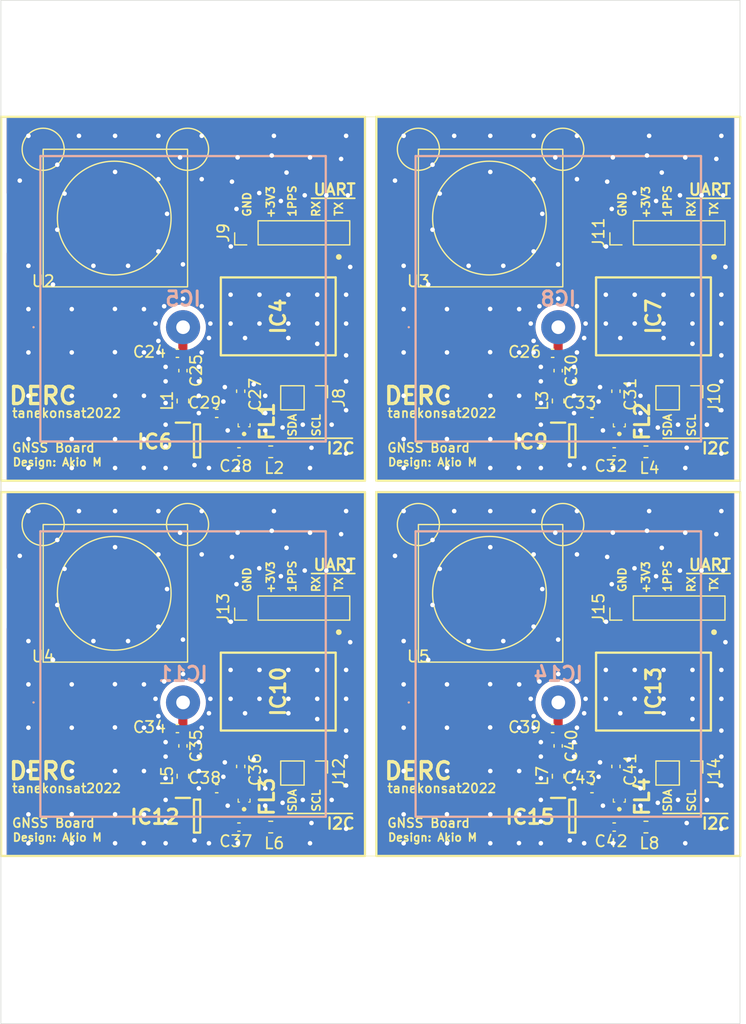
<source format=kicad_pcb>
(kicad_pcb (version 20211014) (generator pcbnew)
  (title_block (title "tanekosat2022_auto_runback_PCB") (company "DERC CanSat PJ") (comment 1 "Akio M"))
  (layers (0 "F.Cu" signal) (31 "B.Cu" signal) (34 "B.Paste" user) (35 "F.Paste" user) (36 "B.SilkS" user "B.Silkscreen") (37 "F.SilkS" user "F.Silkscreen") (38 "B.Mask" user) (39 "F.Mask" user) (44 "Edge.Cuts" user))
  (net 0 "")
  (net 1 "+3V3")
  (net 2 "Net-(C24-Pad1)")
  (net 3 "/GNSS_1PPS")
  (net 4 "Net-(C25-Pad2)")
  (net 5 "/VCC_RF")
  (net 6 "Net-(C27-Pad1)")
  (net 7 "Net-(C27-Pad2)")
  (net 8 "Net-(C28-Pad1)")
  (net 9 "Net-(C28-Pad2)")
  (net 10 "/GPIO5_GNSS_TX")
  (net 12 "+3V0")
  (net 16 "Net-(IC4-Pad16)")
  (net 17 "Net-(IC4-Pad17)")
  (net 19 "Net-(IC6-Pad1)")
  (net 20 "GND2")
  (net 21 "/GPIO4_GNSS_RX")
  (footprint "SamacSys_Parts:SON110P970X1010X230-18N" (layer "F.Cu") (at 134.391 90.795 -90)
    (fp_text reference "IC10")
    (fp_text value "TESEO-LIV3F" hide)
  )
  (footprint "SamacSys_Parts:SOT95P280X145-6N" (layer "F.Cu") (at 160.2536 101.7424)
    (fp_text reference "IC15")
    (fp_text value "MAX2641EUT+T" hide)
  )
  (footprint "SamacSys_Parts:SOT95P280X145-6N" (layer "F.Cu") (at 160.2536 68.7424)
    (fp_text reference "IC9")
    (fp_text value "MAX2641EUT+T" hide)
  )
  (footprint "Inductor_SMD:L_0603_1608Metric_Pad1.05x0.95mm_HandSolder" (layer "F.Cu") (at 126.009 65.2372 -90)
    (fp_text reference "L1")
    (fp_text value "5.6n")
  )
  (footprint "" (layer "F.Cu") (at 170 115)
    (fp_text reference "")
    (fp_text value "")
  )
  (footprint "SamacSys_Parts:SAFEA1G58KA0F00R15" (layer "F.Cu") (at 164.3878 99.8374 90)
    (fp_text reference "FL4")
    (fp_text value "SAFEA1G58KA0F00R15" hide)
  )
  (footprint "Capacitor_SMD:C_0402_1005Metric" (layer "F.Cu") (at 161.9808 66.3294)
    (fp_text reference "C33")
    (fp_text value "470p")
  )
  (footprint "Capacitor_SMD:C_0402_1005Metric" (layer "F.Cu") (at 128.9808 99.3294)
    (fp_text reference "C38")
    (fp_text value "470p")
  )
  (footprint "Inductor_SMD:L_0603_1608Metric_Pad1.05x0.95mm_HandSolder" (layer "F.Cu") (at 166.7306 69.7076)
    (fp_text reference "L4")
    (fp_text value "6.8n")
  )
  (footprint "Capacitor_SMD:C_0402_1005Metric" (layer "F.Cu") (at 164.089 97.3762 90)
    (fp_text reference "C41")
    (fp_text value "120p")
  )
  (footprint "Inductor_SMD:L_0603_1608Metric_Pad1.05x0.95mm_HandSolder" (layer "F.Cu") (at 126.009 98.2372 -90)
    (fp_text reference "L5")
    (fp_text value "5.6n")
  )
  (footprint "SamacSys_Parts:SAFEA1G58KA0F00R15" (layer "F.Cu") (at 131.3878 99.8374 90)
    (fp_text reference "FL3")
    (fp_text value "SAFEA1G58KA0F00R15" hide)
  )
  (footprint "Connector_PinHeader_2.00mm:PinHeader_1x02_P2.00mm_Vertical" (layer "F.Cu") (at 137.6676 97.9578 -90)
    (fp_text reference "J12")
    (fp_text value "Conn_01x02_Female")
  )
  (footprint "Capacitor_SMD:C_0402_1005Metric" (layer "F.Cu") (at 163.9366 69.7076)
    (fp_text reference "C32")
    (fp_text value "100p")
  )
  (footprint "tanekonsat:PinHeader_1x05_P2.00mm_Vertical" (layer "F.Cu") (at 131.62 83.45 90)
    (fp_text reference "J13")
    (fp_text value "Conn_01x05_Female")
  )
  (footprint "Capacitor_SMD:C_0402_1005Metric" (layer "F.Cu") (at 125.5238 94.0462 180)
    (fp_text reference "C34")
    (fp_text value "1p")
  )
  (footprint "SamacSys_Parts:SAFEA1G58KA0F00R15" (layer "F.Cu") (at 164.3878 66.8374 90)
    (fp_text reference "FL2")
    (fp_text value "SAFEA1G58KA0F00R15" hide)
  )
  (footprint "Connector_PinHeader_2.00mm:PinHeader_1x02_P2.00mm_Vertical" (layer "F.Cu") (at 170.6676 64.9578 -90)
    (fp_text reference "J10")
    (fp_text value "Conn_01x02_Female")
  )
  (footprint "tanekonsat:PinHeader_1x05_P2.00mm_Vertical" (layer "F.Cu") (at 164.62 50.45 90)
    (fp_text reference "J11")
    (fp_text value "Conn_01x05_Female")
  )
  (footprint "Capacitor_SMD:C_0402_1005Metric" (layer "F.Cu") (at 164.089 64.3762 90)
    (fp_text reference "C31")
    (fp_text value "120p")
  )
  (footprint "Capacitor_SMD:C_0402_1005Metric" (layer "F.Cu") (at 161.9808 99.3294)
    (fp_text reference "C43")
    (fp_text value "470p")
  )
  (footprint "Capacitor_SMD:C_0402_1005Metric" (layer "F.Cu") (at 130.9366 69.7076)
    (fp_text reference "C28")
    (fp_text value "100p")
  )
  (footprint "tanekonsat:PinHeader_1x05_P2.00mm_Vertical" (layer "F.Cu") (at 164.62 83.45 90)
    (fp_text reference "J15")
    (fp_text value "Conn_01x05_Female")
  )
  (footprint "tanekonsat:CR1025_Holder" (layer "F.Cu") (at 146.7154 55.201138)
    (fp_text reference "U3")
    (fp_text value "CR1025")
  )
  (footprint "SamacSys_Parts:SON110P970X1010X230-18N" (layer "F.Cu") (at 167.391 57.795 -90)
    (fp_text reference "IC7")
    (fp_text value "TESEO-LIV3F" hide)
  )
  (footprint "Inductor_SMD:L_0603_1608Metric_Pad1.05x0.95mm_HandSolder" (layer "F.Cu") (at 159.009 65.2372 -90)
    (fp_text reference "L3")
    (fp_text value "5.6n")
  )
  (footprint "Inductor_SMD:L_0603_1608Metric_Pad1.05x0.95mm_HandSolder" (layer "F.Cu") (at 159.009 98.2372 -90)
    (fp_text reference "L7")
    (fp_text value "5.6n")
  )
  (footprint "Capacitor_SMD:C_0402_1005Metric" (layer "F.Cu") (at 126.009 62.5702 -90)
    (fp_text reference "C25")
    (fp_text value "100p")
  )
  (footprint "tanekonsat:CR1025_Holder" (layer "F.Cu") (at 113.7154 55.201138)
    (fp_text reference "U2")
    (fp_text value "CR1025")
  )
  (footprint "Capacitor_SMD:C_0402_1005Metric" (layer "F.Cu") (at 131.089 64.3762 90)
    (fp_text reference "C27")
    (fp_text value "120p")
  )
  (footprint "Inductor_SMD:L_0603_1608Metric_Pad1.05x0.95mm_HandSolder" (layer "F.Cu") (at 133.7306 102.7076)
    (fp_text reference "L6")
    (fp_text value "6.8n")
  )
  (footprint "SamacSys_Parts:SON110P970X1010X230-18N" (layer "F.Cu") (at 134.391 57.795 -90)
    (fp_text reference "IC4")
    (fp_text value "TESEO-LIV3F" hide)
  )
  (footprint "SamacSys_Parts:SOT95P280X145-6N" (layer "F.Cu") (at 127.2536 101.7424)
    (fp_text reference "IC12")
    (fp_text value "MAX2641EUT+T" hide)
  )
  (footprint "Inductor_SMD:L_0603_1608Metric_Pad1.05x0.95mm_HandSolder" (layer "F.Cu") (at 133.7306 69.7076)
    (fp_text reference "L2")
    (fp_text value "6.8n")
  )
  (footprint "tanekonsat:CR1025_Holder" (layer "F.Cu") (at 113.7154 88.201138)
    (fp_text reference "U4")
    (fp_text value "CR1025")
  )
  (footprint "" (layer "F.Cu") (at 115 115)
    (fp_text reference "")
    (fp_text value "")
  )
  (footprint "Capacitor_SMD:C_0402_1005Metric" (layer "F.Cu") (at 130.9366 102.7076)
    (fp_text reference "C37")
    (fp_text value "100p")
  )
  (footprint "tanekonsat:PinHeader_1x05_P2.00mm_Vertical" (layer "F.Cu") (at 131.62 50.45 90)
    (fp_text reference "J9")
    (fp_text value "Conn_01x05_Female")
  )
  (footprint "Capacitor_SMD:C_0402_1005Metric" (layer "F.Cu") (at 131.089 97.3762 90)
    (fp_text reference "C36")
    (fp_text value "120p")
  )
  (footprint "Capacitor_SMD:C_0402_1005Metric" (layer "F.Cu") (at 128.9808 66.3294)
    (fp_text reference "C29")
    (fp_text value "470p")
  )
  (footprint "Connector_PinHeader_2.00mm:PinHeader_1x02_P2.00mm_Vertical" (layer "F.Cu") (at 170.6676 97.9578 -90)
    (fp_text reference "J14")
    (fp_text value "Conn_01x02_Female")
  )
  (footprint "Connector_PinHeader_2.00mm:PinHeader_1x02_P2.00mm_Vertical" (layer "F.Cu") (at 137.6676 64.9578 -90)
    (fp_text reference "J8")
    (fp_text value "Conn_01x02_Female")
  )
  (footprint "tanekonsat:CR1025_Holder" (layer "F.Cu") (at 146.7154 88.201138)
    (fp_text reference "U5")
    (fp_text value "CR1025")
  )
  (footprint "SamacSys_Parts:SOT95P280X145-6N" (layer "F.Cu") (at 127.2536 68.7424)
    (fp_text reference "IC6")
    (fp_text value "MAX2641EUT+T" hide)
  )
  (footprint "Inductor_SMD:L_0603_1608Metric_Pad1.05x0.95mm_HandSolder" (layer "F.Cu") (at 166.7306 102.7076)
    (fp_text reference "L8")
    (fp_text value "6.8n")
  )
  (footprint "SamacSys_Parts:SAFEA1G58KA0F00R15" (layer "F.Cu") (at 131.3878 66.8374 90)
    (fp_text reference "FL1")
    (fp_text value "SAFEA1G58KA0F00R15" hide)
  )
  (footprint "" (layer "F.Cu") (at 115 35)
    (fp_text reference "")
    (fp_text value "")
  )
  (footprint "Capacitor_SMD:C_0402_1005Metric" (layer "F.Cu") (at 159.009 95.5702 -90)
    (fp_text reference "C40")
    (fp_text value "100p")
  )
  (footprint "Capacitor_SMD:C_0402_1005Metric" (layer "F.Cu") (at 126.009 95.5702 -90)
    (fp_text reference "C35")
    (fp_text value "100p")
  )
  (footprint "Capacitor_SMD:C_0402_1005Metric" (layer "F.Cu") (at 158.5238 94.0462 180)
    (fp_text reference "C39")
    (fp_text value "1p")
  )
  (footprint "Capacitor_SMD:C_0402_1005Metric" (layer "F.Cu") (at 163.9366 102.7076)
    (fp_text reference "C42")
    (fp_text value "100p")
  )
  (footprint "" (layer "F.Cu") (at 170 35)
    (fp_text reference "")
    (fp_text value "")
  )
  (footprint "Capacitor_SMD:C_0402_1005Metric" (layer "F.Cu") (at 159.009 62.5702 -90)
    (fp_text reference "C30")
    (fp_text value "100p")
  )
  (footprint "SamacSys_Parts:SON110P970X1010X230-18N" (layer "F.Cu") (at 167.391 90.795 -90)
    (fp_text reference "IC13")
    (fp_text value "TESEO-LIV3F" hide)
  )
  (footprint "Capacitor_SMD:C_0402_1005Metric" (layer "F.Cu") (at 125.5238 61.0462 180)
    (fp_text reference "C24")
    (fp_text value "1p")
  )
  (footprint "Capacitor_SMD:C_0402_1005Metric" (layer "F.Cu") (at 158.5238 61.0462 180)
    (fp_text reference "C26")
    (fp_text value "1p")
  )
  (footprint "SamacSys_Parts:CGGBPD25A" (layer "B.Cu") (at 126.02 58.75 180)
    (fp_text reference "IC5")
    (fp_text value "CGGBPD.25.A" hide)
  )
  (footprint "SamacSys_Parts:CGGBPD25A" (layer "B.Cu") (at 126.02 91.75 180)
    (fp_text reference "IC11")
    (fp_text value "CGGBPD.25.A" hide)
  )
  (footprint "SamacSys_Parts:CGGBPD25A" (layer "B.Cu") (at 159.02 58.75 180)
    (fp_text reference "IC8")
    (fp_text value "CGGBPD.25.A" hide)
  )
  (footprint "SamacSys_Parts:CGGBPD25A" (layer "B.Cu") (at 159.02 91.75 180)
    (fp_text reference "IC14")
    (fp_text value "CGGBPD.25.A" hide)
  )
  (gr_rect (start 110.02 40.25) (end 142.02 72.25) (layer "F.SilkS") (width 0.2) (fill none))
  (gr_line (start 168.2419 101.5138) (end 173.9061 101.5138) (layer "F.SilkS") (width 0.15))
  (gr_line (start 168.2419 68.5138) (end 173.9061 68.5138) (layer "F.SilkS") (width 0.15))
  (gr_rect (start 110.02 73.25) (end 142.02 105.25) (layer "F.SilkS") (width 0.2) (fill none))
  (gr_rect (start 143.02 73.25) (end 175.02 105.25) (layer "F.SilkS") (width 0.2) (fill none))
  (gr_line (start 135.2419 101.5138) (end 140.9061 101.5138) (layer "F.SilkS") (width 0.15))
  (gr_rect (start 143.02 40.25) (end 175.02 72.25) (layer "F.SilkS") (width 0.2) (fill none))
  (gr_line (start 170.32 47.412) (end 174.122 47.412) (layer "F.SilkS") (width 0.15))
  (gr_rect (start 110.02 40.25) (end 175.02 105.25) (layer "F.SilkS") (width 0.05) (fill none))
  (gr_line (start 137.32 47.412) (end 141.122 47.412) (layer "F.SilkS") (width 0.15))
  (gr_line (start 170.32 80.412) (end 174.122 80.412) (layer "F.SilkS") (width 0.15))
  (gr_line (start 135.2419 68.5138) (end 140.9061 68.5138) (layer "F.SilkS") (width 0.15))
  (gr_line (start 137.32 80.412) (end 141.122 80.412) (layer "F.SilkS") (width 0.15))
  (gr_rect (start 175 120) (end 110 30) (layer "Edge.Cuts") (width 0.05) (fill none))
  (gr_text "GNSS Board" (at 110.896 102.352) (layer "F.SilkS") (effects (font (size 0.8 0.8)) (justify left)))
  (gr_text "SCL" (at 137.7438 100.3708 90) (layer "F.SilkS") (effects (font (size 0.7 0.7))))
  (gr_text "GND" (at 131.6478 80.95 90) (layer "F.SilkS") (effects (font (size 0.7 0.7))))
  (gr_text "1PPS" (at 135.62 80.65 90) (layer "F.SilkS") (effects (font (size 0.7 0.7))))
  (gr_text "UART" (at 172.344 79.65) (layer "F.SilkS") (effects (font (size 1 1) (thickness 0.2))))
  (gr_text "TX" (at 139.72 81.35 90) (layer "F.SilkS") (effects (font (size 0.7 0.7))))
  (gr_text "tanekonsat2022" (at 110.896 99.304) (layer "F.SilkS") (effects (font (size 0.8 0.8)) (justify left)))
  (gr_text "SDA\n" (at 135.6356 100.3708 90) (layer "F.SilkS") (effects (font (size 0.7 0.7))))
  (gr_text "Design: Akio M" (at 114.96 70.622) (layer "F.SilkS") (effects (font (size 0.7 0.7))))
  (gr_text "GNSS Board" (at 143.896 102.352) (layer "F.SilkS") (effects (font (size 0.8 0.8)) (justify left)))
  (gr_text "Design: Akio M" (at 147.96 103.622) (layer "F.SilkS") (effects (font (size 0.7 0.7))))
  (gr_text "SCL" (at 137.7438 67.3708 90) (layer "F.SilkS") (effects (font (size 0.7 0.7))))
  (gr_text "+3V3" (at 133.72 80.75 90) (layer "F.SilkS") (effects (font (size 0.7 0.7))))
  (gr_text "TX" (at 172.72 81.35 90) (layer "F.SilkS") (effects (font (size 0.7 0.7))))
  (gr_text "GND" (at 164.6478 80.95 90) (layer "F.SilkS") (effects (font (size 0.7 0.7))))
  (gr_text "UART" (at 172.344 46.65) (layer "F.SilkS") (effects (font (size 1 1) (thickness 0.2))))
  (gr_text "DERC" (at 113.69 64.78) (layer "F.SilkS") (effects (font (size 1.5 1.5) (thickness 0.3))))
  (gr_text "RX" (at 137.72 48.35 90) (layer "F.SilkS") (effects (font (size 0.7 0.7))))
  (gr_text "GND" (at 131.6478 47.95 90) (layer "F.SilkS") (effects (font (size 0.7 0.7))))
  (gr_text "GNSS Board" (at 143.896 69.352) (layer "F.SilkS") (effects (font (size 0.8 0.8)) (justify left)))
  (gr_text "DERC" (at 113.69 97.78) (layer "F.SilkS") (effects (font (size 1.5 1.5) (thickness 0.3))))
  (gr_text "UART" (at 139.344 79.65) (layer "F.SilkS") (effects (font (size 1 1) (thickness 0.2))))
  (gr_text "TX" (at 139.72 48.35 90) (layer "F.SilkS") (effects (font (size 0.7 0.7))))
  (gr_text "UART" (at 139.344 46.65) (layer "F.SilkS") (effects (font (size 1 1) (thickness 0.2))))
  (gr_text "GND" (at 164.6478 47.95 90) (layer "F.SilkS") (effects (font (size 0.7 0.7))))
  (gr_text "SCL" (at 170.7438 100.3708 90) (layer "F.SilkS") (effects (font (size 0.7 0.7))))
  (gr_text "RX" (at 137.72 81.35 90) (layer "F.SilkS") (effects (font (size 0.7 0.7))))
  (gr_text "+3V3" (at 166.72 80.75 90) (layer "F.SilkS") (effects (font (size 0.7 0.7))))
  (gr_text "DERC" (at 146.69 64.78) (layer "F.SilkS") (effects (font (size 1.5 1.5) (thickness 0.3))))
  (gr_text "I2C" (at 139.8774 102.4028) (layer "F.SilkS") (effects (font (size 1 1) (thickness 0.2))))
  (gr_text "+3V3" (at 133.72 47.75 90) (layer "F.SilkS") (effects (font (size 0.7 0.7))))
  (gr_text "1PPS" (at 135.62 47.65 90) (layer "F.SilkS") (effects (font (size 0.7 0.7))))
  (gr_text "SDA\n" (at 135.6356 67.3708 90) (layer "F.SilkS") (effects (font (size 0.7 0.7))))
  (gr_text "Design: Akio M" (at 147.96 70.622) (layer "F.SilkS") (effects (font (size 0.7 0.7))))
  (gr_text "tanekonsat2022" (at 143.896 99.304) (layer "F.SilkS") (effects (font (size 0.8 0.8)) (justify left)))
  (gr_text "RX" (at 170.72 48.35 90) (layer "F.SilkS") (effects (font (size 0.7 0.7))))
  (gr_text "SDA\n" (at 168.6356 100.3708 90) (layer "F.SilkS") (effects (font (size 0.7 0.7))))
  (gr_text "TX" (at 172.72 48.35 90) (layer "F.SilkS") (effects (font (size 0.7 0.7))))
  (gr_text "SCL" (at 170.7438 67.3708 90) (layer "F.SilkS") (effects (font (size 0.7 0.7))))
  (gr_text "DERC" (at 146.69 97.78) (layer "F.SilkS") (effects (font (size 1.5 1.5) (thickness 0.3))))
  (gr_text "I2C" (at 139.8774 69.4028) (layer "F.SilkS") (effects (font (size 1 1) (thickness 0.2))))
  (gr_text "tanekonsat2022" (at 110.896 66.304) (layer "F.SilkS") (effects (font (size 0.8 0.8)) (justify left)))
  (gr_text "GNSS Board" (at 110.896 69.352) (layer "F.SilkS") (effects (font (size 0.8 0.8)) (justify left)))
  (gr_text "I2C" (at 172.8774 102.4028) (layer "F.SilkS") (effects (font (size 1 1) (thickness 0.2))))
  (gr_text "I2C" (at 172.8774 69.4028) (layer "F.SilkS") (effects (font (size 1 1) (thickness 0.2))))
  (gr_text "tanekonsat2022" (at 143.896 66.304) (layer "F.SilkS") (effects (font (size 0.8 0.8)) (justify left)))
  (gr_text "1PPS" (at 168.62 47.65 90) (layer "F.SilkS") (effects (font (size 0.7 0.7))))
  (gr_text "Design: Akio M" (at 114.96 103.622) (layer "F.SilkS") (effects (font (size 0.7 0.7))))
  (gr_text "+3V3" (at 166.72 47.75 90) (layer "F.SilkS") (effects (font (size 0.7 0.7))))
  (gr_text "SDA\n" (at 168.6356 67.3708 90) (layer "F.SilkS") (effects (font (size 0.7 0.7))))
  (gr_text "RX" (at 170.72 81.35 90) (layer "F.SilkS") (effects (font (size 0.7 0.7))))
  (gr_text "1PPS" (at 168.62 80.65 90) (layer "F.SilkS") (effects (font (size 0.7 0.7))))
  (segment (start 131.784111 86.295) (end 132.191 86.295) (width 0.5) (layer "F.Cu") (net 1))
  (segment (start 131.784111 53.295) (end 132.191 53.295) (width 0.5) (layer "F.Cu") (net 1))
  (segment (start 131.091 53.295) (end 132.191 53.295) (width 0.8) (layer "F.Cu") (net 1))
  (segment (start 131.091 86.295) (end 132.191 86.295) (width 0.8) (layer "F.Cu") (net 1))
  (segment (start 164.091 86.295) (end 165.191 86.295) (width 0.8) (layer "F.Cu") (net 1))
  (segment (start 164.784111 86.295) (end 165.191 86.295) (width 0.5) (layer "F.Cu") (net 1))
  (segment (start 166.62 83.766) (end 164.091 86.295) (width 0.5) (layer "F.Cu") (net 1))
  (segment (start 133.62 50.766) (end 131.091 53.295) (width 0.5) (layer "F.Cu") (net 1))
  (segment (start 133.62 83.45) (end 133.62 83.766) (width 0.5) (layer "F.Cu") (net 1))
  (segment (start 166.62 50.766) (end 164.091 53.295) (width 0.5) (layer "F.Cu") (net 1))
  (segment (start 166.62 50.45) (end 166.62 50.766) (width 0.5) (layer "F.Cu") (net 1))
  (segment (start 133.62 50.45) (end 133.62 50.766) (width 0.5) (layer "F.Cu") (net 1))
  (segment (start 133.62 83.766) (end 131.091 86.295) (width 0.5) (layer "F.Cu") (net 1))
  (segment (start 164.784111 53.295) (end 165.191 53.295) (width 0.5) (layer "F.Cu") (net 1))
  (segment (start 164.091 53.295) (end 165.191 53.295) (width 0.8) (layer "F.Cu") (net 1))
  (segment (start 166.62 83.45) (end 166.62 83.766) (width 0.5) (layer "F.Cu") (net 1))
  (segment (start 126.0038 94.0462) (end 126.0038 95.085) (width 0.8) (layer "F.Cu") (net 2))
  (segment (start 126.0038 61.0462) (end 126.0038 62.085) (width 0.8) (layer "F.Cu") (net 2))
  (segment (start 126.0038 58.7662) (end 126.02 58.75) (width 0.8) (layer "F.Cu") (net 2))
  (segment (start 126.0038 94.0462) (end 126.0038 91.7662) (width 0.8) (layer "F.Cu") (net 2))
  (segment (start 126.0038 95.085) (end 126.009 95.0902) (width 0.8) (layer "F.Cu") (net 2))
  (segment (start 159.0038 94.0462) (end 159.0038 95.085) (width 0.8) (layer "F.Cu") (net 2))
  (segment (start 159.0038 61.0462) (end 159.0038 62.085) (width 0.8) (layer "F.Cu") (net 2))
  (segment (start 126.0038 62.085) (end 126.009 62.0902) (width 0.8) (layer "F.Cu") (net 2))
  (segment (start 159.0038 61.0462) (end 159.0038 58.7662) (width 0.8) (layer "F.Cu") (net 2))
  (segment (start 126.0038 91.7662) (end 126.02 91.75) (width 0.8) (layer "F.Cu") (net 2))
  (segment (start 159.0038 58.7662) (end 159.02 58.75) (width 0.8) (layer "F.Cu") (net 2))
  (segment (start 159.0038 94.0462) (end 159.0038 91.7662) (width 0.8) (layer "F.Cu") (net 2))
  (segment (start 159.0038 95.085) (end 159.009 95.0902) (width 0.8) (layer "F.Cu") (net 2))
  (segment (start 159.0038 62.085) (end 159.009 62.0902) (width 0.8) (layer "F.Cu") (net 2))
  (segment (start 159.0038 91.7662) (end 159.02 91.75) (width 0.8) (layer "F.Cu") (net 2))
  (segment (start 126.0038 61.0462) (end 126.0038 58.7662) (width 0.8) (layer "F.Cu") (net 2))
  (segment (start 135.491 53.295) (end 135.491 50.579) (width 0.5) (layer "F.Cu") (net 3))
  (segment (start 168.62 53.166) (end 168.491 53.295) (width 0.5) (layer "F.Cu") (net 3))
  (segment (start 168.62 86.166) (end 168.491 86.295) (width 0.5) (layer "F.Cu") (net 3))
  (segment (start 168.491 86.295) (end 168.491 83.579) (width 0.5) (layer "F.Cu") (net 3))
  (segment (start 168.491 50.579) (end 168.62 50.45) (width 0.5) (layer "F.Cu") (net 3))
  (segment (start 135.491 50.579) (end 135.62 50.45) (width 0.5) (layer "F.Cu") (net 3))
  (segment (start 135.62 86.166) (end 135.491 86.295) (width 0.5) (layer "F.Cu") (net 3))
  (segment (start 168.491 83.579) (end 168.62 83.45) (width 0.5) (layer "F.Cu") (net 3))
  (segment (start 168.491 53.295) (end 168.491 50.579) (width 0.5) (layer "F.Cu") (net 3))
  (segment (start 135.62 53.166) (end 135.491 53.295) (width 0.5) (layer "F.Cu") (net 3))
  (segment (start 135.491 83.579) (end 135.62 83.45) (width 0.5) (layer "F.Cu") (net 3))
  (segment (start 135.491 86.295) (end 135.491 83.579) (width 0.5) (layer "F.Cu") (net 3))
  (segment (start 159.009 64.3622) (end 159.009 63.089719) (width 0.8) (layer "F.Cu") (net 4))
  (segment (start 126.009 64.3622) (end 126.009 63.089719) (width 0.8) (layer "F.Cu") (net 4))
  (segment (start 126.009 97.3622) (end 126.009 96.089719) (width 0.8) (layer "F.Cu") (net 4))
  (segment (start 159.009 97.3622) (end 159.009 96.089719) (width 0.8) (layer "F.Cu") (net 4))
  (segment (start 167.391 95.295) (end 167.391 94.345978) (width 0.5) (layer "F.Cu") (net 5))
  (segment (start 133.888022 93.843) (end 129.3872 93.843) (width 0.5) (layer "F.Cu") (net 5))
  (segment (start 167.391 61.345978) (end 166.888022 60.843) (width 0.5) (layer "F.Cu") (net 5))
  (segment (start 129.3872 60.843) (end 128.5008 61.7294) (width 0.5) (layer "F.Cu") (net 5))
  (segment (start 161.5008 99.3294) (end 161.5008 100.7896) (width 0.5) (layer "F.Cu") (net 5))
  (segment (start 128.5008 61.7294) (end 128.5008 66.3294) (width 0.5) (layer "F.Cu") (net 5))
  (segment (start 133.888022 60.843) (end 129.3872 60.843) (width 0.5) (layer "F.Cu") (net 5))
  (segment (start 166.888022 60.843) (end 162.3872 60.843) (width 0.5) (layer "F.Cu") (net 5))
  (segment (start 162.3872 60.843) (end 161.5008 61.7294) (width 0.5) (layer "F.Cu") (net 5))
  (segment (start 128.5008 99.3294) (end 128.5008 100.7896) (width 0.5) (layer "F.Cu") (net 5))
  (segment (start 134.391 61.345978) (end 133.888022 60.843) (width 0.5) (layer "F.Cu") (net 5))
  (segment (start 161.5008 100.7896) (end 161.5036 100.7924) (width 0.5) (layer "F.Cu") (net 5))
  (segment (start 166.888022 93.843) (end 162.3872 93.843) (width 0.5) (layer "F.Cu") (net 5))
  (segment (start 134.391 94.345978) (end 133.888022 93.843) (width 0.5) (layer "F.Cu") (net 5))
  (segment (start 161.5008 66.3294) (end 161.5008 67.7896) (width 0.5) (layer "F.Cu") (net 5))
  (segment (start 161.5008 61.7294) (end 161.5008 66.3294) (width 0.5) (layer "F.Cu") (net 5))
  (segment (start 167.391 62.295) (end 167.391 61.345978) (width 0.5) (layer "F.Cu") (net 5))
  (segment (start 128.5008 94.7294) (end 128.5008 99.3294) (width 0.5) (layer "F.Cu") (net 5))
  (segment (start 134.391 62.295) (end 134.391 61.345978) (width 0.5) (layer "F.Cu") (net 5))
  (segment (start 167.391 94.345978) (end 166.888022 93.843) (width 0.5) (layer "F.Cu") (net 5))
  (segment (start 161.5008 67.7896) (end 161.5036 67.7924) (width 0.5) (layer "F.Cu") (net 5))
  (segment (start 134.391 95.295) (end 134.391 94.345978) (width 0.5) (layer "F.Cu") (net 5))
  (segment (start 128.5008 100.7896) (end 128.5036 100.7924) (width 0.5) (layer "F.Cu") (net 5))
  (segment (start 128.5008 66.3294) (end 128.5008 67.7896) (width 0.5) (layer "F.Cu") (net 5))
  (segment (start 161.5008 94.7294) (end 161.5008 99.3294) (width 0.5) (layer "F.Cu") (net 5))
  (segment (start 162.3872 93.843) (end 161.5008 94.7294) (width 0.5) (layer "F.Cu") (net 5))
  (segment (start 128.5008 67.7896) (end 128.5036 67.7924) (width 0.5) (layer "F.Cu") (net 5))
  (segment (start 129.3872 93.843) (end 128.5008 94.7294) (width 0.5) (layer "F.Cu") (net 5))
  (segment (start 131.1008 66.2494) (end 131.1008 64.868) (width 0.25) (layer "F.Cu") (net 6))
  (segment (start 164.1008 99.2494) (end 164.1008 97.868) (width 0.25) (layer "F.Cu") (net 6))
  (segment (start 164.1008 64.868) (end 164.089 64.8562) (width 0.25) (layer "F.Cu") (net 6))
  (segment (start 131.1008 97.868) (end 131.089 97.8562) (width 0.25) (layer "F.Cu") (net 6))
  (segment (start 164.1008 97.868) (end 164.089 97.8562) (width 0.25) (layer "F.Cu") (net 6))
  (segment (start 164.1008 66.2494) (end 164.1008 64.868) (width 0.25) (layer "F.Cu") (net 6))
  (segment (start 131.1008 99.2494) (end 131.1008 97.868) (width 0.25) (layer "F.Cu") (net 6))
  (segment (start 131.1008 64.868) (end 131.089 64.8562) (width 0.25) (layer "F.Cu") (net 6))
  (segment (start 131.089 96.8962) (end 131.089 95.297) (width 0.25) (layer "F.Cu") (net 7))
  (segment (start 131.089 62.297) (end 131.091 62.295) (width 0.25) (layer "F.Cu") (net 7))
  (segment (start 164.089 63.8962) (end 164.089 62.297) (width 0.25) (layer "F.Cu") (net 7))
  (segment (start 164.089 62.297) (end 164.091 62.295) (width 0.25) (layer "F.Cu") (net 7))
  (segment (start 131.089 63.8962) (end 131.089 62.297) (width 0.25) (layer "F.Cu") (net 7))
  (segment (start 131.089 95.297) (end 131.091 95.295) (width 0.25) (layer "F.Cu") (net 7))
  (segment (start 164.089 96.8962) (end 164.089 95.297) (width 0.25) (layer "F.Cu") (net 7))
  (segment (start 164.089 95.297) (end 164.091 95.295) (width 0.25) (layer "F.Cu") (net 7))
  (segment (start 128.5036 102.6924) (end 130.4414 102.6924) (width 0.5) (layer "F.Cu") (net 8))
  (segment (start 163.4414 69.6924) (end 163.4566 69.7076) (width 0.5) (layer "F.Cu") (net 8))
  (segment (start 128.5036 69.6924) (end 130.4414 69.6924) (width 0.5) (layer "F.Cu") (net 8))
  (segment (start 163.4414 102.6924) (end 163.4566 102.7076) (width 0.5) (layer "F.Cu") (net 8))
  (segment (start 161.5036 102.6924) (end 163.4414 102.6924) (width 0.5) (layer "F.Cu") (net 8))
  (segment (start 161.5036 69.6924) (end 163.4414 69.6924) (width 0.5) (layer "F.Cu") (net 8))
  (segment (start 130.4414 69.6924) (end 130.4566 69.7076) (width 0.5) (layer "F.Cu") (net 8))
  (segment (start 130.4414 102.6924) (end 130.4566 102.7076) (width 0.5) (layer "F.Cu") (net 8))
  (segment (start 131.3878 67.4254) (end 131.3878 69.6788) (width 0.5) (layer "F.Cu") (net 9))
  (segment (start 165.8556 69.7076) (end 164.4166 69.7076) (width 0.5) (layer "F.Cu") (net 9))
  (segment (start 131.3878 102.6788) (end 131.4166 102.7076) (width 0.5) (layer "F.Cu") (net 9))
  (segment (start 165.8556 102.7076) (end 164.4166 102.7076) (width 0.5) (layer "F.Cu") (net 9))
  (segment (start 164.3878 100.4254) (end 164.3878 102.6788) (width 0.5) (layer "F.Cu") (net 9))
  (segment (start 131.3878 100.4254) (end 131.3878 102.6788) (width 0.5) (layer "F.Cu") (net 9))
  (segment (start 164.3878 67.4254) (end 164.3878 69.6788) (width 0.5) (layer "F.Cu") (net 9))
  (segment (start 131.3878 69.6788) (end 131.4166 69.7076) (width 0.5) (layer "F.Cu") (net 9))
  (segment (start 132.8556 102.7076) (end 131.4166 102.7076) (width 0.5) (layer "F.Cu") (net 9))
  (segment (start 164.3878 102.6788) (end 164.4166 102.7076) (width 0.5) (layer "F.Cu") (net 9))
  (segment (start 164.3878 69.6788) (end 164.4166 69.7076) (width 0.5) (layer "F.Cu") (net 9))
  (segment (start 132.8556 69.7076) (end 131.4166 69.7076) (width 0.5) (layer "F.Cu") (net 9))
  (segment (start 139.62 83.45) (end 137.691 85.379) (width 0.5) (layer "F.Cu") (net 10))
  (segment (start 170.691 85.379) (end 170.691 86.295) (width 0.5) (layer "F.Cu") (net 10))
  (segment (start 137.691 52.379) (end 137.691 53.295) (width 0.5) (layer "F.Cu") (net 10))
  (segment (start 172.62 83.45) (end 170.691 85.379) (width 0.5) (layer "F.Cu") (net 10))
  (segment (start 137.6958 86.2902) (end 137.691 86.295) (width 0.5) (layer "F.Cu") (net 10))
  (segment (start 172.62 50.45) (end 170.691 52.379) (width 0.5) (layer "F.Cu") (net 10))
  (segment (start 170.6958 86.2902) (end 170.691 86.295) (width 0.5) (layer "F.Cu") (net 10))
  (segment (start 137.6958 53.2902) (end 137.691 53.295) (width 0.5) (layer "F.Cu") (net 10))
  (segment (start 137.691 85.379) (end 137.691 86.295) (width 0.5) (layer "F.Cu") (net 10))
  (segment (start 139.62 50.45) (end 137.691 52.379) (width 0.5) (layer "F.Cu") (net 10))
  (segment (start 170.6958 53.2902) (end 170.691 53.295) (width 0.5) (layer "F.Cu") (net 10))
  (segment (start 170.691 52.379) (end 170.691 53.295) (width 0.5) (layer "F.Cu") (net 10))
  (segment (start 129.2856 54.8486) (end 127.9154 53.4784) (width 0.5) (layer "F.Cu") (net 12))
  (segment (start 166.291 53.295) (end 166.291 54.52) (width 0.5) (layer "F.Cu") (net 12))
  (segment (start 162.2856 87.8486) (end 160.9154 86.4784) (width 0.5) (layer "F.Cu") (net 12))
  (segment (start 160.9154 86.4784) (end 160.9154 82.601138) (width 0.5) (layer "F.Cu") (net 12))
  (segment (start 133.291 87.52) (end 132.9624 87.8486) (width 0.5) (layer "F.Cu") (net 12))
  (segment (start 112.2154 82.601138) (end 112.2154 82.1096) (width 1) (layer "F.Cu") (net 12))
  (segment (start 129.2856 87.8486) (end 127.9154 86.4784) (width 0.5) (layer "F.Cu") (net 12))
  (segment (start 160.9154 53.4784) (end 160.9154 49.601138) (width 0.5) (layer "F.Cu") (net 12))
  (segment (start 165.9624 54.8486) (end 162.2856 54.8486) (width 0.5) (layer "F.Cu") (net 12))
  (segment (start 132.9624 54.8486) (end 129.2856 54.8486) (width 0.5) (layer "F.Cu") (net 12))
  (segment (start 133.291 53.295) (end 133.291 54.52) (width 0.5) (layer "F.Cu") (net 12))
  (segment (start 145.2154 82.601138) (end 145.2154 82.1096) (width 1) (layer "F.Cu") (net 12))
  (segment (start 133.291 86.295) (end 133.291 87.52) (width 0.5) (layer "F.Cu") (net 12))
  (segment (start 145.2154 49.601138) (end 145.2154 49.1096) (width 1) (layer "F.Cu") (net 12))
  (segment (start 165.9624 87.8486) (end 162.2856 87.8486) (width 0.5) (layer "F.Cu") (net 12))
  (segment (start 127.9154 53.4784) (end 127.9154 49.601138) (width 0.5) (layer "F.Cu") (net 12))
  (segment (start 166.291 87.52) (end 165.9624 87.8486) (width 0.5) (layer "F.Cu") (net 12))
  (segment (start 133.291 54.52) (end 132.9624 54.8486) (width 0.5) (layer "F.Cu") (net 12))
  (segment (start 112.2154 49.601138) (end 112.2154 49.1096) (width 1) (layer "F.Cu") (net 12))
  (segment (start 127.9154 86.4784) (end 127.9154 82.601138) (width 0.5) (layer "F.Cu") (net 12))
  (segment (start 166.291 86.295) (end 166.291 87.52) (width 0.5) (layer "F.Cu") (net 12))
  (segment (start 132.9624 87.8486) (end 129.2856 87.8486) (width 0.5) (layer "F.Cu") (net 12))
  (segment (start 162.2856 54.8486) (end 160.9154 53.4784) (width 0.5) (layer "F.Cu") (net 12))
  (segment (start 166.291 54.52) (end 165.9624 54.8486) (width 0.5) (layer "F.Cu") (net 12))
  (segment (start 136.591 95.295) (end 136.591 96.52) (width 0.5) (layer "F.Cu") (net 16))
  (segment (start 135.6676 97.4434) (end 135.6676 97.9578) (width 0.5) (layer "F.Cu") (net 16))
  (segment (start 169.591 62.295) (end 169.591 63.52) (width 0.5) (layer "F.Cu") (net 16))
  (segment (start 135.6676 64.4434) (end 135.6676 64.9578) (width 0.5) (layer "F.Cu") (net 16))
  (segment (start 169.591 95.295) (end 169.591 96.52) (width 0.5) (layer "F.Cu") (net 16))
  (segment (start 168.6676 97.4434) (end 168.6676 97.9578) (width 0.5) (layer "F.Cu") (net 16))
  (segment (start 136.591 63.52) (end 135.6676 64.4434) (width 0.5) (layer "F.Cu") (net 16))
  (segment (start 136.591 96.52) (end 135.6676 97.4434) (width 0.5) (layer "F.Cu") (net 16))
  (segment (start 169.591 96.52) (end 168.6676 97.4434) (width 0.5) (layer "F.Cu") (net 16))
  (segment (start 136.591 62.295) (end 136.591 63.52) (width 0.5) (layer "F.Cu") (net 16))
  (segment (start 168.6676 64.4434) (end 168.6676 64.9578) (width 0.5) (layer "F.Cu") (net 16))
  (segment (start 169.591 63.52) (end 168.6676 64.4434) (width 0.5) (layer "F.Cu") (net 16))
  (segment (start 170.691 62.295) (end 170.691 64.9344) (width 0.5) (layer "F.Cu") (net 17))
  (segment (start 137.691 95.295) (end 137.691 97.9344) (width 0.5) (layer "F.Cu") (net 17))
  (segment (start 137.691 97.9344) (end 137.6676 97.9578) (width 0.5) (layer "F.Cu") (net 17))
  (segment (start 170.691 64.9344) (end 170.6676 64.9578) (width 0.5) (layer "F.Cu") (net 17))
  (segment (start 137.691 62.295) (end 137.691 64.9344) (width 0.5) (layer "F.Cu") (net 17))
  (segment (start 137.691 64.9344) (end 137.6676 64.9578) (width 0.5) (layer "F.Cu") (net 17))
  (segment (start 170.691 95.295) (end 170.691 97.9344) (width 0.5) (layer "F.Cu") (net 17))
  (segment (start 170.691 97.9344) (end 170.6676 97.9578) (width 0.5) (layer "F.Cu") (net 17))
  (segment (start 126.0036 99.1176) (end 126.009 99.1122) (width 0.8) (layer "F.Cu") (net 19))
  (segment (start 126.0036 66.1176) (end 126.009 66.1122) (width 0.8) (layer "F.Cu") (net 19))
  (segment (start 159.0036 66.1176) (end 159.009 66.1122) (width 0.8) (layer "F.Cu") (net 19))
  (segment (start 159.0036 100.7924) (end 159.0036 99.1176) (width 0.8) (layer "F.Cu") (net 19))
  (segment (start 159.0036 99.1176) (end 159.009 99.1122) (width 0.8) (layer "F.Cu") (net 19))
  (segment (start 159.0036 67.7924) (end 159.0036 66.1176) (width 0.8) (layer "F.Cu") (net 19))
  (segment (start 126.0036 100.7924) (end 126.0036 99.1176) (width 0.8) (layer "F.Cu") (net 19))
  (segment (start 126.0036 67.7924) (end 126.0036 66.1176) (width 0.8) (layer "F.Cu") (net 19))
  (segment (start 131.0008 99.8374) (end 131.7748 99.8374) (width 0.25) (layer "F.Cu") (net 20))
  (segment (start 164.7294 99.304) (end 164.6748 99.2494) (width 0.25) (layer "F.Cu") (net 20))
  (segment (start 129.4608 98.3922) (end 129.565 98.288) (width 0.25) (layer "F.Cu") (net 20))
  (segment (start 127.025 69.225) (end 127.5076 68.7424) (width 0.5) (layer "F.Cu") (net 20))
  (segment (start 162.4608 99.3294) (end 162.4608 98.3922) (width 0.25) (layer "F.Cu") (net 20))
  (segment (start 162.692 62.594) (end 162.991 62.295) (width 0.25) (layer "F.Cu") (net 20))
  (segment (start 160.025 70.876) (end 160.025 69.225) (width 0.5) (layer "F.Cu") (net 20))
  (segment (start 131.7748 66.3494) (end 131.6748 66.2494) (width 0.25) (layer "F.Cu") (net 20))
  (segment (start 162.9688 66.8374) (end 162.4608 66.3294) (width 0.25) (layer "F.Cu") (net 20))
  (segment (start 131.7748 66.8374) (end 131.7748 66.3494) (width 0.25) (layer "F.Cu") (net 20))
  (segment (start 129.0316 101.7424) (end 128.5036 101.7424) (width 0.25) (layer "F.Cu") (net 20))
  (segment (start 162.946 67.828) (end 162.0316 68.7424) (width 0.25) (layer "F.Cu") (net 20))
  (segment (start 127.5076 101.7424) (end 128.5036 101.7424) (width 0.5) (layer "F.Cu") (net 20))
  (segment (start 130.0102 67.828) (end 131.0008 66.8374) (width 0.25) (layer "F.Cu") (net 20))
  (segment (start 133.248 99.304) (end 131.7294 99.304) (width 0.25) (layer "F.Cu") (net 20))
  (segment (start 165.232 96.764) (end 165.232 95.336) (width 0.25) (layer "F.Cu") (net 20))
  (segment (start 160.406 68.6408) (end 160.5076 68.7424) (width 0.5) (layer "F.Cu") (net 20))
  (segment (start 164.7748 99.8374) (end 165.2574 99.8374) (width 0.25) (layer "F.Cu") (net 20))
  (segment (start 127.406 66.304) (end 127.406 68.6408) (width 0.5) (layer "F.Cu") (net 20))
  (segment (start 164.7748 99.8374) (end 164.7748 99.3494) (width 0.25) (layer "F.Cu") (net 20))
  (segment (start 166.248 66.304) (end 164.7294 66.304) (width 0.25) (layer "F.Cu") (net 20))
  (segment (start 162.4608 66.3294) (end 162.4608 65.3922) (width 0.25) (layer "F.Cu") (net 20))
  (segment (start 164.7748 66.8374) (end 165.2574 66.8374) (width 0.25) (layer "F.Cu") (net 20))
  (segment (start 131.7748 66.8374) (end 132.2574 66.8374) (width 0.25) (layer "F.Cu") (net 20))
  (segment (start 162.0316 101.7424) (end 161.5036 101.7424) (width 0.25) (layer "F.Cu") (net 20))
  (segment (start 132.2574 99.8374) (end 133.248 100.828) (width 0.25) (layer "F.Cu") (net 20))
  (segment (start 160.5076 68.7424) (end 161.5036 68.7424) (width 0.5) (layer "F.Cu") (net 20))
  (segment (start 127.406 101.6408) (end 127.5076 101.7424) (width 0.5) (layer "F.Cu") (net 20))
  (segment (start 132.232 62.336) (end 132.191 62.295) (width 0.25) (layer "F.Cu") (net 20))
  (segment (start 162.9688 99.8374) (end 162.4608 99.3294) (width 0.25) (layer "F.Cu") (net 20))
  (segment (start 163.0102 67.828) (end 164.0008 66.8374) (width 0.25) (layer "F.Cu") (net 20))
  (segment (start 165.232 95.336) (end 165.191 95.295) (width 0.25) (layer "F.Cu") (net 20))
  (segment (start 129.692 62.594) (end 129.991 62.295) (width 0.25) (layer "F.Cu") (net 20))
  (segment (start 129.946 67.828) (end 130.0102 67.828) (width 0.25) (layer "F.Cu") (net 20))
  (segment (start 129.9688 66.8374) (end 129.4608 66.3294) (width 0.25) (layer "F.Cu") (net 20))
  (segment (start 165.2574 66.8374) (end 166.248 67.828) (width 0.25) (layer "F.Cu") (net 20))
  (segment (start 131.0008 99.8374) (end 129.9688 99.8374) (width 0.25) (layer "F.Cu") (net 20))
  (segment (start 132.2574 66.8374) (end 133.248 67.828) (width 0.25) (layer "F.Cu") (net 20))
  (segment (start 159.0036 68.7424) (end 160.5076 68.7424) (width 0.5) (layer "F.Cu") (net 20))
  (segment (start 162.946 100.828) (end 162.0316 101.7424) (width 0.25) (layer "F.Cu") (net 20))
  (segment (start 129.946 67.828) (end 129.0316 68.7424) (width 0.25) (layer "F.Cu") (net 20))
  (segment (start 126.0036 68.7424) (end 127.5076 68.7424) (width 0.5) (layer "F.Cu") (net 20))
  (segment (start 162.692 64.018) (end 162.692 62.594) (width 0.25) (layer "F.Cu") (net 20))
  (segment (start 162.4608 65.3922) (end 162.565 65.288) (width 0.25) (layer "F.Cu") (net 20))
  (segment (start 127.025 102.225) (end 127.5076 101.7424) (width 0.5) (layer "F.Cu") (net 20))
  (segment (start 131.7748 99.3494) (end 131.6748 99.2494) (width 0.25) (layer "F.Cu") (net 20))
  (segment (start 129.946 100.828) (end 129.0316 101.7424) (width 0.25) (layer "F.Cu") (net 20))
  (segment (start 162.692 97.018) (end 162.692 95.594) (width 0.25) (layer "F.Cu") (net 20))
  (segment (start 164.7748 66.8374) (end 164.7748 66.3494) (width 0.25) (layer "F.Cu") (net 20))
  (segment (start 129.692 97.018) (end 129.692 95.594) (width 0.25) (layer "F.Cu") (net 20))
  (segment (start 164.7294 66.304) (end 164.6748 66.2494) (width 0.25) (layer "F.Cu") (net 20))
  (segment (start 165.232 63.764) (end 165.232 62.336) (width 0.25) (layer "F.Cu") (net 20))
  (segment (start 162.946 100.828) (end 163.0102 100.828) (width 0.25) (layer "F.Cu") (net 20))
  (segment (start 132.232 96.764) (end 132.232 95.336) (width 0.25) (layer "F.Cu") (net 20))
  (segment (start 129.692 95.594) (end 129.991 95.295) (width 0.25) (layer "F.Cu") (net 20))
  (segment (start 126.0036 69.6924) (end 126.0036 68.7424) (width 0.5) (layer "F.Cu") (net 20))
  (segment (start 160.406 66.304) (end 160.406 68.6408) (width 0.5) (layer "F.Cu") (net 20))
  (segment (start 159.0036 102.6924) (end 159.0036 101.7424) (width 0.5) (layer "F.Cu") (net 20))
  (segment (start 163.0102 100.828) (end 164.0008 99.8374) (width 0.25) (layer "F.Cu") (net 20))
  (segment (start 131.7748 99.8374) (end 132.2574 99.8374) (width 0.25) (layer "F.Cu") (net 20))
  (segment (start 130.0102 100.828) (end 131.0008 99.8374) (width 0.25) (layer "F.Cu") (net 20))
  (segment (start 160.5076 101.7424) (end 161.5036 101.7424) (width 0.5) (layer "F.Cu") (net 20))
  (segment (start 162.0316 68.7424) (end 161.5036 68.7424) (width 0.25) (layer "F.Cu") (net 20))
  (segment (start 166.248 99.304) (end 164.7294 99.304) (width 0.25) (layer "F.Cu") (net 20))
  (segment (start 160.406 99.304) (end 160.406 101.6408) (width 0.5) (layer "F.Cu") (net 20))
  (segment (start 129.946 100.828) (end 130.0102 100.828) (width 0.25) (layer "F.Cu") (net 20))
  (segment (start 132.232 63.764) (end 132.232 62.336) (width 0.25) (layer "F.Cu") (net 20))
  (segment (start 164.0008 99.8374) (end 162.9688 99.8374) (width 0.25) (layer "F.Cu") (net 20))
  (segment (start 162.692 95.594) (end 162.991 95.295) (width 0.25) (layer "F.Cu") (net 20))
  (segment (start 133.248 66.304) (end 131.7294 66.304) (width 0.25) (layer "F.Cu") (net 20))
  (segment (start 127.406 68.6408) (end 127.5076 68.7424) (width 0.5) (layer "F.Cu") (net 20))
  (segment (start 131.7748 99.8374) (end 131.7748 99.3494) (width 0.25) (layer "F.Cu") (net 20))
  (segment (start 165.232 62.336) (end 165.191 62.295) (width 0.25) (layer "F.Cu") (net 20))
  (segment (start 160.025 102.225) (end 160.5076 101.7424) (width 0.5) (layer "F.Cu") (net 20))
  (segment (start 164.0008 99.8374) (end 164.7748 99.8374) (width 0.25) (layer "F.Cu") (net 20))
  (segment (start 164.0008 66.8374) (end 164.7748 66.8374) (width 0.25) (layer "F.Cu") (net 20))
  (segment (start 127.025 70.876) (end 127.025 69.225) (width 0.5) (layer "F.Cu") (net 20))
  (segment (start 129.692 64.018) (end 129.692 62.594) (width 0.25) (layer "F.Cu") (net 20))
  (segment (start 131.0008 66.8374) (end 131.7748 66.8374) (width 0.25) (layer "F.Cu") (net 20))
  (segment (start 131.7294 99.304) (end 131.6748 99.2494) (width 0.25) (layer "F.Cu") (net 20))
  (segment (start 129.4608 65.3922) (end 129.565 65.288) (width 0.25) (layer "F.Cu") (net 20))
  (segment (start 164.0008 66.8374) (end 162.9688 66.8374) (width 0.25) (layer "F.Cu") (net 20))
  (segment (start 164.7748 66.3494) (end 164.6748 66.2494) (width 0.25) (layer "F.Cu") (net 20))
  (segment (start 162.946 67.828) (end 163.0102 67.828) (width 0.25) (layer "F.Cu") (net 20))
  (segment (start 127.025 103.876) (end 127.025 102.225) (width 0.5) (layer "F.Cu") (net 20))
  (segment (start 129.9688 99.8374) (end 129.4608 99.3294) (width 0.25) (layer "F.Cu") (net 20))
  (segment (start 129.4608 99.3294) (end 129.4608 98.3922) (width 0.25) (layer "F.Cu") (net 20))
  (segment (start 131.0008 66.8374) (end 129.9688 66.8374) (width 0.25) (layer "F.Cu") (net 20))
  (segment (start 159.0036 101.7424) (end 160.5076 101.7424) (width 0.5) (layer "F.Cu") (net 20))
  (segment (start 159.0036 69.6924) (end 159.0036 68.7424) (width 0.5) (layer "F.Cu") (net 20))
  (segment (start 129.4608 66.3294) (end 129.4608 65.3922) (width 0.25) (layer "F.Cu") (net 20))
  (segment (start 160.406 101.6408) (end 160.5076 101.7424) (width 0.5) (layer "F.Cu") (net 20))
  (segment (start 129.0316 68.7424) (end 128.5036 68.7424) (width 0.25) (layer "F.Cu") (net 20))
  (segment (start 160.025 69.225) (end 160.5076 68.7424) (width 0.5) (layer "F.Cu") (net 20))
  (segment (start 132.232 95.336) (end 132.191 95.295) (width 0.25) (layer "F.Cu") (net 20))
  (segment (start 126.0036 102.6924) (end 126.0036 101.7424) (width 0.5) (layer "F.Cu") (net 20))
  (segment (start 164.7748 99.3494) (end 164.6748 99.2494) (width 0.25) (layer "F.Cu") (net 20))
  (segment (start 127.406 99.304) (end 127.406 101.6408) (width 0.5) (layer "F.Cu") (net 20))
  (segment (start 131.7294 66.304) (end 131.6748 66.2494) (width 0.25) (layer "F.Cu") (net 20))
  (segment (start 160.025 103.876) (end 160.025 102.225) (width 0.5) (layer "F.Cu") (net 20))
  (segment (start 162.4608 98.3922) (end 162.565 98.288) (width 0.25) (layer "F.Cu") (net 20))
  (segment (start 126.0036 101.7424) (end 127.5076 101.7424) (width 0.5) (layer "F.Cu") (net 20))
  (segment (start 127.5076 68.7424) (end 128.5036 68.7424) (width 0.5) (layer "F.Cu") (net 20))
  (segment (start 165.2574 99.8374) (end 166.248 100.828) (width 0.25) (layer "F.Cu") (net 20))
  (via (at 157.358 56.906) (size 0.8) (drill 0.4) (layers "F.Cu" "B.Cu") (net 20))
  (via (at 145.42 101.59) (size 0.8) (drill 0.4) (layers "F.Cu" "B.Cu") (net 20))
  (via (at 153.04 45.095) (size 0.8) (drill 0.4) (layers "F.Cu" "B.Cu") (net 20))
  (via (at 156.85 60.97) (size 0.8) (drill 0.4) (layers "F.Cu" "B.Cu") (net 20))
  (via (at 169.72 47.15) (size 0.8) (drill 0.4) (layers "F.Cu" "B.Cu") (net 20))
  (via (at 120.02721 57.142848) (size 0.8) (drill 0.4) (layers "F.Cu" "B.Cu") (net 20))
  (via (at 155.58 90.16) (size 0.8) (drill 0.4) (layers "F.Cu" "B.Cu") (net 20))
  (via (at 153.04 104.13) (size 0.8) (drill 0.4) (layers "F.Cu" "B.Cu") (net 20))
  (via (at 130.22 84.65) (size 0.8) (drill 0.4) (layers "F.Cu" "B.Cu") (net 20))
  (via (at 166.248 99.304) (size 0.8) (drill 0.4) (layers "F.Cu" "B.Cu") (net 20))
  (via (at 167.01 74.92) (size 0.8) (drill 0.4) (layers "F.Cu" "B.Cu") (net 20))
  (via (at 137.82 91.43) (size 0.8) (drill 0.4) (layers "F.Cu" "B.Cu") (net 20))
  (via (at 140.72 53.45) (size 0.8) (drill 0.4) (layers "F.Cu" "B.Cu") (net 20))
  (via (at 147.96 77.46) (size 0.8) (drill 0.4) (layers "F.Cu" "B.Cu") (net 20))
  (via (at 116.23 104.13) (size 0.8) (drill 0.4) (layers "F.Cu" "B.Cu") (net 20))
  (via (at 127.406 64.78) (size 0.8) (drill 0.4) (layers "F.Cu" "B.Cu") (net 20))
  (via (at 162.946 100.828) (size 0.8) (drill 0.4) (layers "F.Cu" "B.Cu") (net 20))
  (via (at 173.36 88.89) (size 0.8) (drill 0.4) (layers "F.Cu" "B.Cu") (net 20))
  (via (at 154.183 86.35) (size 0.8) (drill 0.4) (layers "F.Cu" "B.Cu") (net 20))
  (via (at 156.85 74.92) (size 0.8) (drill 0.4) (layers "F.Cu" "B.Cu") (net 20))
  (via (at 132.74 88.89) (size 0.8) (drill 0.4) (layers "F.Cu" "B.Cu") (net 20))
  (via (at 170.82 88.89) (size 0.8) (drill 0.4) (layers "F.Cu" "B.Cu") (net 20))
  (via (at 157.485 102.225) (size 0.8) (drill 0.4) (layers "F.Cu" "B.Cu") (net 20))
  (via (at 138.62 80.15) (size 0.8) (drill 0.4) (layers "F.Cu" "B.Cu") (net 20))
  (via (at 126.009 53.223) (size 0.8) (drill 0.4) (layers "F.Cu" "B.Cu") (net 20))
  (via (at 165.72 46.95) (size 0.8) (drill 0.4) (layers "F.Cu" "B.Cu") (net 20))
  (via (at 129.565 98.288) (size 0.8) (drill 0.4) (layers "F.Cu" "B.Cu") (net 20))
  (via (at 165.74 88.89) (size 0.8) (drill 0.4) (layers "F.Cu" "B.Cu") (net 20))
  (via (at 163.2 88.89) (size 0.8) (drill 0.4) (layers "F.Cu" "B.Cu") (net 20))
  (via (at 116.865 41.92) (size 0.8) (drill 0.4) (layers "F.Cu" "B.Cu") (net 20))
  (via (at 120.04 45.095) (size 0.8) (drill 0.4) (layers "F.Cu" "B.Cu") (net 20))
  (via (at 120.04 68.59) (size 0.8) (drill 0.4) (layers "F.Cu" "B.Cu") (net 20))
  (via (at 137.185 104.13) (size 0.8) (drill 0.4) (layers "F.Cu" "B.Cu") (net 20))
  (via (at 156.596 91.43) (size 0.8) (drill 0.4) (layers "F.Cu" "B.Cu") (net 20))
  (via (at 124.485 62.24) (size 0.8) (drill 0.4) (layers "F.Cu" "B.Cu") (net 20))
  (via (at 112.42 57.16) (size 0.8) (drill 0.4) (layers "F.Cu" "B.Cu") (net 20))
  (via (at 124.485 95.24) (size 0.8) (drill 0.4) (layers "F.Cu" "B.Cu") (net 20))
  (via (at 138.62 47.15) (size 0.8) (drill 0.4) (layers "F.Cu" "B.Cu") (net 20))
  (via (at 170.82 93.208) (size 0.8) (drill 0.4) (layers "F.Cu" "B.Cu") (net 20))
  (via (at 140.36 55.89) (size 0.8) (drill 0.4) (layers "F.Cu" "B.Cu") (net 20))
  (via (at 123.85 60.97) (size 0.8) (drill 0.4) (layers "F.Cu" "B.Cu") (net 20))
  (via (at 135.12 45.15) (size 0.8) (drill 0.4) (layers "F.Cu" "B.Cu") (net 20))
  (via (at 122.58 57.16) (size 0.8) (drill 0.4) (layers "F.Cu" "B.Cu") (net 20))
  (via (at 133.82 76.65) (size 0.8) (drill 0.4) (layers "F.Cu" "B.Cu") (net 20))
  (via (at 127.66 45.73) (size 0.8) (drill 0.4) (layers "F.Cu" "B.Cu") (net 20))
  (via (at 163.2 91.43) (size 0.8) (drill 0.4) (layers "F.Cu" "B.Cu") (net 20))
  (via (at 156.85 93.97) (size 0.8) (drill 0.4) (layers "F.Cu" "B.Cu") (net 20))
  (via (at 116.23 97.78) (size 0.8) (drill 0.4) (layers "F.Cu" "B.Cu") (net 20))
  (via (at 168.28 91.43) (size 0.8) (drill 0.4) (layers "F.Cu" "B.Cu") (net 20))
  (via (at 136.55 67.32) (size 0.8) (drill 0.4) (layers "F.Cu" "B.Cu") (net 20))
  (via (at 133.248 66.304) (size 0.8) (drill 0.4) (layers "F.Cu" "B.Cu") (net 20))
  (via (at 160.406 62.24) (size 0.8) (drill 0.4) (layers "F.Cu" "B.Cu") (net 20))
  (via (at 153.04 78.095) (size 0.8) (drill 0.4) (layers "F.Cu" "B.Cu") (net 20))
  (via (at 168.28 58.43) (size 0.8) (drill 0.4) (layers "F.Cu" "B.Cu") (net 20))
  (via (at 161.295 92.7) (size 0.8) (drill 0.4) (layers "F.Cu" "B.Cu") (net 20))
  (via (at 112.42 74.92) (size 0.8) (drill 0.4) (layers "F.Cu" "B.Cu") (net 20))
  (via (at 151.135 86.35) (size 0.8) (drill 0.4) (layers "F.Cu" "B.Cu") (net 20))
  (via (at 154.183 53.35) (size 0.8) (drill 0.4) (layers "F.Cu" "B.Cu") (net 20))
  (via (at 135.12 78.15) (size 0.8) (drill 0.4) (layers "F.Cu" "B.Cu") (net 20))
  (via (at 156.85 52.08) (size 0.8) (drill 0.4) (layers "F.Cu" "B.Cu") (net 20))
  (via (at 126.02 89.25) (size 0.8) (drill 0.4) (layers "F.Cu" "B.Cu") (net 20))
  (via (at 127.66 93.97) (size 0.8) (drill 0.4) (layers "F.Cu" "B.Cu") (net 20))
  (via (at 137.185 76.825) (size 0.8) (drill 0.4) (layers "F.Cu" "B.Cu") (net 20))
  (via (at 173.36 69.86) (size 0.8) (drill 0.4) (layers "F.Cu" "B.Cu") (net 20))
  (via (at 114.96 77.46) (size 0.8) (drill 0.4) (layers "F.Cu" "B.Cu") (net 20))
  (via (at 145.42 93.97) (size 0.8) (drill 0.4) (layers "F.Cu" "B.Cu") (net 20))
  (via (at 166.82 76.65) (size 0.8) (drill 0.4) (layers "F.Cu" "B.Cu") (net 20))
  (via (at 132.74 58.43) (size 0.8) (drill 0.4) (layers "F.Cu" "B.Cu") (net 20))
  (via (at 116.23 71.13) (size 0.8) (drill 0.4) (layers "F.Cu" "B.Cu") (net 20))
  (via (at 155.58 93.97) (size 0.8) (drill 0.4) (layers "F.Cu" "B.Cu") (net 20))
  (via (at 135.28 92.7) (size 0.8) (drill 0.4) (layers "F.Cu" "B.Cu") (net 20))
  (via (at 137.82 93.208) (size 0.8) (drill 0.4) (layers "F.Cu" "B.Cu") (net 20))
  (via (at 130.817471 43.817703) (size 0.8) (drill 0.4) (layers "F.Cu" "B.Cu") (net 20))
  (via (at 130.835 104.13) (size 0.8) (drill 0.4) (layers "F.Cu" "B.Cu") (net 20))
  (via (at 160.406 97.78) (size 0.8) (drill 0.4) (layers "F.Cu" "B.Cu") (net 20))
  (via (at 171.62 47.15) (size 0.8) (drill 0.4) (layers "F.Cu" "B.Cu") (net 20))
  (via (at 160.66 89.906) (size 0.8) (drill 0.4) (layers "F.Cu" "B.Cu") (net 20))
  (via (at 124.485 102.225) (size 0.8) (drill 0.4) (layers "F.Cu" "B.Cu") (net 20))
  (via (at 123.596 91.43) (size 0.8) (drill 0.4) (layers "F.Cu" "B.Cu") (net 20))
  (via (at 124.485 104.13) (size 0.8) (drill 0.4) (layers "F.Cu" "B.Cu") (net 20))
  (via (at 116.23 90.16) (size 0.8) (drill 0.4) (layers "F.Cu" "B.Cu") (net 20))
  (via (at 139.09 100.32) (size 0.8) (drill 0.4) (layers "F.Cu" "B.Cu") (net 20))
  (via (at 122.562095 71.11721) (size 0.8) (drill 0.4) (layers "F.Cu" "B.Cu") (net 20))
  (via (at 173.52 80.15) (size 0.8) (drill 0.4) (layers "F.Cu" "B.Cu") (net 20))
  (via (at 155.58 64.78) (size 0.8) (drill 0.4) (layers "F.Cu" "B.Cu") (net 20))
  (via (at 127.66 56.906) (size 0.8) (drill 0.4) (layers "F.Cu" "B.Cu") (net 20))
  (via (at 157.485 95.24) (size 0.8) (drill 0.4) (layers "F.Cu" "B.Cu") (net 20))
  (via (at 121.183 53.35) (size 0.8) (drill 0.4) (layers "F.Cu" "B.Cu") (net 20))
  (via (at 173.36 66.05) (size 0.8) (drill 0.4) (layers "F.Cu" "B.Cu") (net 20))
  (via (at 112.42 68.59) (size 0.8) (drill 0.4) (layers "F.Cu" "B.Cu") (net 20))
  (via (at 134.62 47.65) (size 0.8) (drill 0.4) (layers "F.Cu" "B.Cu") (net 20))
  (via (at 157.612 81.778) (size 0.8) (drill 0.4) (layers "F.Cu" "B.Cu") (net 20))
  (via (at 160.66 41.92) (size 0.8) (drill 0.4) (layers "F.Cu" "B.Cu") (net 20))
  (via (at 157.485 69.225) (size 0.8) (drill 0.4) (layers "F.Cu" "B.Cu") (net 20))
  (via (at 173.72 53.45) (size 0.8) (drill 0.4) (layers "F.Cu" "B.Cu") (net 20))
  (via (at 160.406 96.51) (size 0.8) (drill 0.4) (layers "F.Cu" "B.Cu") (net 20))
  (via (at 149.23 57.16) (size 0.8) (drill 0.4) (layers "F.Cu" "B.Cu") (net 20))
  (via (at 169.72 80.15) (size 0.8) (drill 0.4) (layers "F.Cu" "B.Cu") (net 20))
  (via (at 156.85 59.954) (size 0.8) (drill 0.4) (layers "F.Cu" "B.Cu") (net 20))
  (via (at 153.02721 93.945174) (size 0.8) (drill 0.4) (layers "F.Cu" "B.Cu") (net 20))
  (via (at 124.485 67.32) (size 0.8) (drill 0.4) (layers "F.Cu" "B.Cu") (net 20))
  (via (at 140.36 41.92) (size 0.8) (drill 0.4) (layers "F.Cu" "B.Cu") (net 20))
  (via (at 127.406 97.78) (size 0.8) (drill 0.4) (layers "F.Cu" "B.Cu") (net 20))
  (via (at 157.358 89.906) (size 0.8) (drill 0.4) (layers "F.Cu" "B.Cu") (net 20))
  (via (at 134.772 67.574) (size 0.8) (drill 0.4) (layers "F.Cu" "B.Cu") (net 20))
  (via (at 160.406 99.304) (size 0.8) (drill 0.4) (layers "F.Cu" "B.Cu") (net 20))
  (via (at 116.865 74.92) (size 0.8) (drill 0.4) (layers "F.Cu" "B.Cu") (net 20))
  (via (at 163.22 84.65) (size 0.8) (drill 0.4) (layers "F.Cu" "B.Cu") (net 20))
  (via (at 139.92 43.95) (size 0.8) (drill 0.4) (layers "F.Cu" "B.Cu") (net 20))
  (via (at 157.485 100.32) (size 0.8) (drill 0.4) (layers "F.Cu" "B.Cu") (net 20))
  (via (at 161.295 59.7) (size 0.8) (drill 0.4) (layers "F.Cu" "B.Cu") (net 20))
  (via (at 130.2 88.89) (size 0.8) (drill 0.4) (layers "F.Cu" "B.Cu") (net 20))
  (via (at 169.55 67.32) (size 0.8) (drill 0.4) (layers "F.Cu" "B.Cu") (net 20))
  (via (at 166.248 97.78) (size 0.8) (drill 0.4) (layers "F.Cu" "B.Cu") (net 20))
  (via (at 134.01 74.92) (size 0.8) (drill 0.4) (layers "F.Cu" "B.Cu") (net 20))
  (via (at 124.485 63.51) (size 0.8) (drill 0.4) (layers "F.Cu" "B.Cu") (net 20))
  (via (at 112.42 60.97) (size 0.8) (drill 0.4) (layers "F.Cu" "B.Cu") (net 20))
  (via (at 145.42 71.13) (size 0.8) (drill 0.4) (layers "F.Cu" "B.Cu") (net 20))
  (via (at 115.595 47) (size 0.8) (drill 0.4) (layers "F.Cu" "B.Cu") (net 20))
  (via (at 122.58 68.59) (size 0.8) (drill 0.4) (layers "F.Cu" "B.Cu") (net 20))
  (via (at 120.02721 90.142848) (size 0.8) (drill 0.4) (layers "F.Cu" "B.Cu") (net 20))
  (via (at 173.36 41.92) (size 0.8) (drill 0.4) (layers "F.Cu" "B.Cu") (net 20))
  (via (at 173.36 99.05) (size 0.8) (drill 0.4) (layers "F.Cu" "B.Cu") (net 20))
  (via (at 133.82 43.65) (size 0.8) (drill 0.4) (layers "F.Cu" "B.Cu") (net 20))
  (via (at 157.612 48.778) (size 0.8) (drill 0.4) (layers "F.Cu" "B.Cu") (net 20))
  (via (at 158.755 43.825) (size 0.8) (drill 0.4) (layers "F.Cu" "B.Cu") (net 20))
  (via (at 167.62 80.65) (size 0.8) (drill 0.4) (layers "F.Cu" "B.Cu") (net 20))
  (via (at 145.42 86.35) (size 0.8) (drill 0.4) (layers "F.Cu" "B.Cu") (net 20))
  (via (at 129.946 100.828) (size 0.8) (drill 0.4) (layers "F.Cu" "B.Cu") (net 20))
  (via (at 173.52 47.15) (size 0.8) (drill 0.4) (layers "F.Cu" "B.Cu") (net 20))
  (via (at 122.58 64.78) (size 0.8) (drill 0.4) (layers "F.Cu" "B.Cu") (net 20))
  (via (at 130.2 91.43) (size 0.8) (drill 0.4) (layers "F.Cu" "B.Cu") (net 20))
  (via (at 165.74 58.43) (size 0.8) (drill 0.4) (layers "F.Cu" "B.Cu") (net 20))
  (via (at 170.185 76.825) (size 0.8) (drill 0.4) (layers "F.Cu" "B.Cu") (net 20))
  (via (at 128.295 92.7) (size 0.8) (drill 0.4) (layers "F.Cu" "B.Cu") (net 20))
  (via (at 127.406 99.304) (size 0.8) (drill 0.4) (layers "F.Cu" "B.Cu") (net 20))
  (via (at 149.865 74.92) (size 0.8) (drill 0.4) (layers "F.Cu" "B.Cu") (net 20))
  (via (at 160.66 45.73) (size 0.8) (drill 0.4) (layers "F.Cu" "B.Cu") (net 20))
  (via (at 114.96 83.175) (size 0.8) (drill 0.4) (layers "F.Cu" "B.Cu") (net 20))
  (via (at 166.248 66.304) (size 0.8) (drill 0.4) (layers "F.Cu" "B.Cu") (net 20))
  (via (at 155.562095 71.11721) (size 0.8) (drill 0.4) (layers "F.Cu" "B.Cu") (net 20))
  (via (at 114.579 55.001) (size 0.8) (drill 0.4) (layers "F.Cu" "B.Cu") (net 20))
  (via (at 135.28 55.89) (size 0.8) (drill 0.4) (layers "F.Cu" "B.Cu") (net 20))
  (via (at 170.82 91.43) (size 0.8) (drill 0.4) (layers "F.Cu" "B.Cu") (net 20))
  (via (at 163.817471 43.817703) (size 0.8) (drill 0.4) (layers "F.Cu" "B.Cu") (net 20))
  (via (at 140.36 69.86) (size 0.8) (drill 0.4) (layers "F.Cu" "B.Cu") (net 20))
  (via (at 127.66 74.92) (size 0.8) (drill 0.4) (layers "F.Cu" "B.Cu") (net 20))
  (via (at 168.12 45.15) (size 0.8) (drill 0.4) (layers "F.Cu" "B.Cu") (net 20))
  (via (at 145.42 57.16) (size 0.8) (drill 0.4) (layers "F.Cu" "B.Cu") (net 20))
  (via (at 157.485 67.32) (size 0.8) (drill 0.4) (layers "F.Cu" "B.Cu") (net 20))
  (via (at 140.36 88.89) (size 0.8) (drill 0.4) (layers "F.Cu" "B.Cu") (net 20))
  (via (at 112.42 101.59) (size 0.8) (drill 0.4) (layers "F.Cu" "B.Cu") (net 20))
  (via (at 165.74 91.43) (size 0.8) (drill 0.4) (layers "F.Cu" "B.Cu") (net 20))
  (via (at 122.58 101.59) (size 0.8) (drill 0.4) (layers "F.Cu" "B.Cu") (net 20))
  (via (at 170.185 104.13) (size 0.8) (drill 0.4) (layers "F.Cu" "B.Cu") (net 20))
  (via (at 127.025 70.876) (size 0.8) (drill 0.4) (layers "F.Cu" "B.Cu") (net 20))
  (via (at 137.185 43.825) (size 0.8) (drill 0.4) (layers "F.Cu" "B.Cu") (net 20))
  (via (at 120.04 104.13) (size 0.8) (drill 0.4) (layers "F.Cu" "B.Cu") (net 20))
  (via (at 162.565 65.288) (size 0.8) (drill 0.4) (layers "F.Cu" "B.Cu") (net 20))
  (via (at 149.224884 101.582326) (size 0.8) (drill 0.4) (layers "F.Cu" "B.Cu") (net 20))
  (via (at 160.025 103.876) (size 0.8) (drill 0.4) (layers "F.Cu" "B.Cu") (net 20))
  (via (at 134.01 41.92) (size 0.8) (drill 0.4) (layers "F.Cu" "B.Cu") (net 20))
  (via (at 127.66 78.73) (size 0.8) (drill 0.4) (layers "F.Cu" "B.Cu") (net 20))
  (via (at 173.36 96.51) (size 0.8) (drill 0.4) (layers "F.Cu" "B.Cu") (net 20))
  (via (at 140.36 58.43) (size 0.8) (drill 0.4) (layers "F.Cu" "B.Cu") (net 20))
  (via (at 159.02 56.25) (size 0.8) (drill 0.4) (layers "F.Cu" "B.Cu") (net 20))
  (via (at 123.85 59.954) (size 0.8) (drill 0.4) (layers "F.Cu" "B.Cu") (net 20))
  (via (at 124.358 89.906) (size 0.8) (drill 0.4) (layers "F.Cu" "B.Cu") (net 20))
  (via (at 123.85 93.97) (size 0.8) (drill 0.4) (layers "F.Cu" "B.Cu") (net 20))
  (via (at 140.36 94.224) (size 0.8) (drill 0.4) (layers "F.Cu" "B.Cu") (net 20))
  (via (at 172.09 100.32) (size 0.8) (drill 0.4) (layers "F.Cu" "B.Cu") (net 20))
  (via (at 159.02 89.25) (size 0.8) (drill 0.4) (layers "F.Cu" "B.Cu") (net 20))
  (via (at 170.312 69.352) (size 0.8) (drill 0.4) (layers "F.Cu" "B.Cu") (net 20))
  (via (at 120.04 97.78) (size 0.8) (drill 0.4) (layers "F.Cu" "B.Cu") (net 20))
  (via (at 153.02721 60.945174) (size 0.8) (drill 0.4) (layers "F.Cu" "B.Cu") (net 20))
  (via (at 163.2 55.89) (size 0.8) (drill 0.4) (layers "F.Cu" "B.Cu") (net 20))
  (via (at 157.485 96.51) (size 0.8) (drill 0.4) (layers "F.Cu" "B.Cu") (net 20))
  (via (at 127.406 62.24) (size 0.8) (drill 0.4) (layers "F.Cu" "B.Cu") (net 20))
  (via (at 157.485 98.415) (size 0.8) (drill 0.4) (layers "F.Cu" "B.Cu") (net 20))
  (via (at 114.579 88.001) (size 0.8) (drill 0.4) (layers "F.Cu" "B.Cu") (net 20))
  (via (at 112.42 97.78) (size 0.8) (drill 0.4) (layers "F.Cu" "B.Cu") (net 20))
  (via (at 124.612 81.778) (size 0.8) (drill 0.4) (layers "F.Cu" "B.Cu") (net 20))
  (via (at 155.58 101.59) (size 0.8) (drill 0.4) (layers "F.Cu" "B.Cu") (net 20))
  (via (at 155.58 57.16) (size 0.8) (drill 0.4) (layers "F.Cu" "B.Cu") (net 20))
  (via (at 126.02 56.25) (size 0.8) (drill 0.4) (layers "F.Cu" "B.Cu") (net 20))
  (via (at 124.612 48.778) (size 0.8) (drill 0.4) (layers "F.Cu" "B.Cu") (net 20))
  (via (at 163.72 48.35) (size 0.8) (drill 0.4) (layers "F.Cu" "B.Cu") (net 20))
  (via (at 122.58 60.97) (size 0.8) (drill 0.4) (layers "F.Cu" "B.Cu") (net 20))
  (via (at 129.692 64.018) (size 0.8) (drill 0.4) (layers "F.Cu" "B.Cu") (net 20))
  (via (at 124.485 96.51) (size 0.8) (drill 0.4) (layers "F.Cu" "B.Cu") (net 20))
  (via (at 132.74 91.43) (size 0.8) (drill 0.4) (layers "F.Cu" "B.Cu") (net 20))
  (via (at 140.52 47.15) (size 0.8) (drill 0.4) (layers "F.Cu" "B.Cu") (net 20))
  (via (at 147.96 50.175) (size 0.8) (drill 0.4) (layers "F.Cu" "B.Cu") (net 20))
  (via (at 118.135 86.35) (size 0.8) (drill 0.4) (layers "F.Cu" "B.Cu") (net 20))
  (via (at 133.248 64.78) (size 0.8) (drill 0.4) (layers "F.Cu" "B.Cu") (net 20))
  (via (at 123.85 45.73) (size 0.8) (drill 0.4) (layers "F.Cu" "B.Cu") (net 20))
  (via (at 160.406 64.78) (size 0.8) (drill 0.4) (layers "F.Cu" "B.Cu") (net 20))
  (via (at 149.23 60.97) (size 0.8) (drill 0.4) (layers "F.Cu" "B.Cu") (net 20))
  (via (at 145.42 68.59) (size 0.8) (drill 0.4) (layers "F.Cu" "B.Cu") (net 20))
  (via (at 122.58 90.16) (size 0.8) (drill 0.4) (layers "F.Cu" "B.Cu") (net 20))
  (via (at 159.009 86.223) (size 0.8) (drill 0.4) (layers "F.Cu" "B.Cu") (net 20))
  (via (at 162.946 67.828) (size 0.8) (drill 0.4) (layers "F.Cu" "B.Cu") (net 20))
  (via (at 153.04 74.92) (size 0.8) (drill 0.4) (layers "F.Cu" "B.Cu") (net 20))
  (via (at 161.295 104.13) (size 0.8) (drill 0.4) (layers "F.Cu" "B.Cu") (net 20))
  (via (at 120.04 41.92) (size 0.8) (drill 0.4) (layers "F.Cu" "B.Cu") (net 20))
  (via (at 173.36 94.224) (size 0.8) (drill 0.4) (layers "F.Cu" "B.Cu") (net 20))
  (via (at 167.62 47.65) (size 0.8) (drill 0.4) (layers "F.Cu" "B.Cu") (net 20))
  (via (at 168.28 88.89) (size 0.8) (drill 0.4) (layers "F.Cu" "B.Cu") (net 20))
  (via (at 128.295 59.7) (size 0.8) (drill 0.4) (layers "F.Cu" "B.Cu") (net 20))
  (via (at 155.58 60.97) (size 0.8) (drill 0.4) (layers "F.Cu" "B.Cu") (net 20))
  (via (at 130.2 58.43) (size 0.8) (drill 0.4) (layers "F.Cu" "B.Cu") (net 20))
  (via (at 120.04 101.59) (size 0.8) (drill 0.4) (layers "F.Cu" "B.Cu") (net 20))
  (via (at 122.562095 104.11721) (size 0.8) (drill 0.4) (layers "F.Cu" "B.Cu") (net 20))
  (via (at 112.42 93.97) (size 0.8) (drill 0.4) (layers "F.Cu" "B.Cu") (net 20))
  (via (at 128.295 104.13) (size 0.8) (drill 0.4) (layers "F.Cu" "B.Cu") (net 20))
  (via (at 116.23 60.97) (size 0.8) (drill 0.4) (layers "F.Cu" "B.Cu") (net 20))
  (via (at 145.42 104.13) (size 0.8) (drill 0.4) (layers "F.Cu" "B.Cu") (net 20))
  (via (at 173.36 102.86) (size 0.8) (drill 0.4) (layers "F.Cu" "B.Cu") (net 20))
  (via (at 137.185 71.13) (size 0.8) (drill 0.4) (layers "F.Cu" "B.Cu") (net 20))
  (via (at 120.04 64.78) (size 0.8) (drill 0.4) (layers "F.Cu" "B.Cu") (net 20))
  (via (at 173.36 58.43) (size 0.8) (drill 0.4) (layers "F.Cu" "B.Cu") (net 20))
  (via (at 164.47 92.7) (size 0.8) (drill 0.4) (layers "F.Cu" "B.Cu") (net 20))
  (via (at 122.58 97.78) (size 0.8) (drill 0.4) (layers "F.Cu" "B.Cu") (net 20))
  (via (at 148.595 47) (size 0.8) (drill 0.4) (layers "F.Cu" "B.Cu") (net 20))
  (via (at 161.422 91.43) (size 0.8) (drill 0.4) (layers "F.Cu" "B.Cu") (net 20))
  (via (at 171.62 80.15) (size 0.8) (drill 0.4) (layers "F.Cu" "B.Cu") (net 20))
  (via (at 153.04 64.78) (size 0.8) (drill 0.4) (layers "F.Cu" "B.Cu") (net 20))
  (via (at 145.42 74.92) (size 0.8) (drill 0.4) (layers "F.Cu" "B.Cu") (net 20))
  (via (at 170.82 60.208) (size 0.8) (drill 0.4) (layers "F.Cu" "B.Cu") (net 20))
  (via (at 151.135 53.35) (size 0.8) (drill 0.4) (layers "F.Cu" "B.Cu") (net 20))
  (via (at 133.248 97.78) (size 0.8) (drill 0.4) (layers "F.Cu" "B.Cu") (net 20))
  (via (at 163.72 81.35) (size 0.8) (drill 0.4) (layers "F.Cu" "B.Cu") (net 20))
  (via (at 173.36 63.51) (size 0.8) (drill 0.4) (layers "F.Cu" "B.Cu") (net 20))
  (via (at 160.406 95.24) (size 0.8) (drill 0.4) (layers "F.Cu" "B.Cu") (net 20))
  (via (at 163.32 78.95) (size 0.8) (drill 0.4) (layers "F.Cu" "B.Cu") (net 20))
  (via (at 145.42 64.78) (size 0.8) (drill 0.4) (layers "F.Cu" "B.Cu") (net 20))
  (via (at 120.04 78.095) (size 0.8) (drill 0.4) (layers "F.Cu" "B.Cu") (net 20))
  (via (at 139.09 67.32) (size 0.8) (drill 0.4) (layers "F.Cu" "B.Cu") (net 20))
  (via (at 156.85 45.73) (size 0.8) (drill 0.4) (layers "F.Cu" "B.Cu") (net 20))
  (via (at 145.42 90.16) (size 0.8) (drill 0.4) (layers "F.Cu" "B.Cu") (net 20))
  (via (at 125.755 43.825) (size 0.8) (drill 0.4) (layers "F.Cu" "B.Cu") (net 20))
  (via (at 128.295 71.13) (size 0.8) (drill 0.4) (layers "F.Cu" "B.Cu") (net 20))
  (via (at 155.562095 104.11721) (size 0.8) (drill 0.4) (layers "F.Cu" "B.Cu") (net 20))
  (via (at 153.04 97.78) (size 0.8) (drill 0.4) (layers "F.Cu" "B.Cu") (net 20))
  (via (at 112.42 71.13) (size 0.8) (drill 0.4) (layers "F.Cu" "B.Cu") (net 20))
  (via (at 153.04 68.59) (size 0.8) (drill 0.4) (layers "F.Cu" "B.Cu") (net 20))
  (via (at 157.485 104.13) (size 0.8) (drill 0.4) (layers "F.Cu" "B.Cu") (net 20))
  (via (at 162.692 97.018) (size 0.8) (drill 0.4) (layers "F.Cu" "B.Cu") (net 20))
  (via (at 160.66 56.906) (size 0.8) (drill 0.4) (layers "F.Cu" "B.Cu") (net 20))
  (via (at 168.12 78.15) (size 0.8) (drill 0.4) (layers "F.Cu" "B.Cu") (net 20))
  (via (at 160.66 74.92) (size 0.8) (drill 0.4) (layers "F.Cu" "B.Cu") (net 20))
  (via (at 124.485 69.225) (size 0.8) (drill 0.4) (layers "F.Cu" "B.Cu") (net 20))
  (via (at 132.72 46.95) (size 0.8) (drill 0.4) (layers "F.Cu" "B.Cu") (net 20))
  (via (at 129.565 65.288) (size 0.8) (drill 0.4) (layers "F.Cu" "B.Cu") (net 20))
  (via (at 147.579 88.001) (size 0.8) (drill 0.4) (layers "F.Cu" "B.Cu") (net 20))
  (via (at 128.422 58.43) (size 0.8) (drill 0.4) (layers "F.Cu" "B.Cu") (net 20))
  (via (at 147.96 44.46) (size 0.8) (drill 0.4) (layers "F.Cu" "B.Cu") (net 20))
  (via (at 172.09 67.32) (size 0.8) (drill 0.4) (layers "F.Cu" "B.Cu") (net 20))
  (via (at 155.58 97.78) (size 0.8) (drill 0.4) (layers "F.Cu" "B.Cu") (net 20))
  (via (at 157.485 62.24) (size 0.8) (drill 0.4) (layers "F.Cu" "B.Cu") (net 20))
  (via (at 123.85 74.92) (size 0.8) (drill 0.4) (layers "F.Cu" "B.Cu") (net 20))
  (via (at 112.42 53.35) (size 0.8) (drill 0.4) (layers "F.Cu" "B.Cu") (net 20))
  (via (at 163.817471 76.817703) (size 0.8) (drill 0.4) (layers "F.Cu" "B.Cu") (net 20))
  (via (at 153.04 101.59) (size 0.8) (drill 0.4) (layers "F.Cu" "B.Cu") (net 20))
  (via (at 163.2 58.43) (size 0.8) (drill 0.4) (layers "F.Cu" "B.Cu") (net 20))
  (via (at 153.02721 90.142848) (size 0.8) (drill 0.4) (layers "F.Cu" "B.Cu") (net 20))
  (via (at 116.23 93.97) (size 0.8) (drill 0.4) (layers "F.Cu" "B.Cu") (net 20))
  (via (at 112.42 86.35) (size 0.8) (drill 0.4) (layers "F.Cu" "B.Cu") (net 20))
  (via (at 169.55 100.32) (size 0.8) (drill 0.4) (layers "F.Cu" "B.Cu") (net 20))
  (via (at 135.28 88.89) (size 0.8) (drill 0.4) (layers "F.Cu" "B.Cu") (net 20))
  (via (at 124.485 98.415) (size 0.8) (drill 0.4) (layers "F.Cu" "B.Cu") (net 20))
  (via (at 168.28 55.89) (size 0.8) (drill 0.4) (layers "F.Cu" "B.Cu") (net 20))
  (via (at 135.28 91.43) (size 0.8) (drill 0.4) (layers "F.Cu" "B.Cu") (net 20))
  (via (at 173.36 61.224) (size 0.8) (drill 0.4) (layers "F.Cu" "B.Cu") (net 20))
  (via (at 140.36 99.05) (size 0.8) (drill 0.4) (layers "F.Cu" "B.Cu") (net 20))
  (via (at 144.658 78.857) (size 0.8) (drill 0.4) (layers "F.Cu" "B.Cu") (net 20))
  (via (at 140.52 80.15) (size 0.8) (drill 0.4) (layers "F.Cu" "B.Cu") (net 20))
  (via (at 124.358 56.906) (size 0.8) (drill 0.4) (layers "F.Cu" "B.Cu") (net 20))
  (via (at 161.295 71.13) (size 0.8) (drill 0.4) (layers "F.Cu" "B.Cu") (net 20))
  (via (at 149.865 41.92) (size 0.8) (drill 0.4) (layers "F.Cu" "B.Cu") (net 20))
  (via (at 127.406 63.51) (size 0.8) (drill 0.4) (layers "F.Cu" "B.Cu") (net 20))
  (via (at 137.82 88.89) (size 0.8) (drill 0.4) (layers "F.Cu" "B.Cu") (net 20))
  (via (at 164.47 59.7) (size 0.8) (drill 0.4) (layers "F.Cu" "B.Cu") (net 20))
  (via (at 120.02721 60.945174) (size 0.8) (drill 0.4) (layers "F.Cu" "B.Cu") (net 20))
  (via (at 157.485 71.13) (size 0.8) (drill 0.4) (layers "F.Cu" "B.Cu") (net 20))
  (via (at 167.772 100.574) (size 0.8) (drill 0.4) (layers "F.Cu" "B.Cu") (net 20))
  (via (at 149.23 71.13) (size 0.8) (drill 0.4) (layers "F.Cu" "B.Cu") (net 20))
  (via (at 156.596 58.43) (size 0.8) (drill 0.4) (layers "F.Cu" "B.Cu") (net 20))
  (via (at 128.422 91.43) (size 0.8) (drill 0.4) (layers "F.Cu" "B.Cu") (net 20))
  (via (at 127.66 89.906) (size 0.8) (drill 0.4) (layers "F.Cu" "B.Cu") (net 20))
  (via (at 160.406 63.51) (size 0.8) (drill 0.4) (layers "F.Cu" "B.Cu") (net 20))
  (via (at 170.312 102.352) (size 0.8) (drill 0.4) (layers "F.Cu" "B.Cu") (net 20))
  (via (at 144.658 45.857) (size 0.8) (drill 0.4) (layers "F.Cu" "B.Cu") (net 20))
  (via (at 153.04 71.13) (size 0.8) (drill 0.4) (layers "F.Cu" "B.Cu") (net 20))
  (via (at 170.82 55.89) (size 0.8) (drill 0.4) (layers "F.Cu" "B.Cu") (net 20))
  (via (at 159.009 53.223) (size 0.8) (drill 0.4) (layers "F.Cu" "B.Cu") (net 20))
  (via (at 134.62 80.65) (size 0.8) (drill 0.4) (layers "F.Cu" "B.Cu") (net 20))
  (via (at 127.66 60.97) (size 0.8) (drill 0.4) (layers "F.Cu" "B.Cu") (net 20))
  (via (at 155.58 68.59) (size 0.8) (drill 0.4) (layers "F.Cu" "B.Cu") (net 20))
  (via (at 168.28 92.7) (size 0.8) (drill 0.4) (layers "F.Cu" "B.Cu") (net 20))
  (via (at 114.96 44.46) (size 0.8) (drill 0.4) (layers "F.Cu" "B.Cu") (net 20))
  (via (at 165.232 96.764) (size 0.8) (drill 0.4) (layers "F.Cu" "B.Cu") (net 20))
  (via (at 149.23 90.16) (size 0.8) (drill 0.4) (layers "F.Cu" "B.Cu") (net 20))
  (via (at 145.42 97.78) (size 0.8) (drill 0.4) (layers "F.Cu" "B.Cu") (net 20))
  (via (at 156.85 92.954) (size 0.8) (drill 0.4) (layers "F.Cu" "B.Cu") (net 20))
  (via (at 118.135 53.35) (size 0.8) (drill 0.4) (layers "F.Cu" "B.Cu") (net 20))
  (via (at 149.224884 68.582326) (size 0.8) (drill 0.4) (layers "F.Cu" "B.Cu") (net 20))
  (via (at 162.565 98.288) (size 0.8) (drill 0.4) (layers "F.Cu" "B.Cu") (net 20))
  (via (at 124.485 65.415) (size 0.8) (drill 0.4) (layers "F.Cu" "B.Cu") (net 20))
  (via (at 112.42 90.16) (size 0.8) (drill 0.4) (layers "F.Cu" "B.Cu") (net 20))
  (via (at 173.36 91.43) (size 0.8) (drill 0.4) (layers "F.Cu" "B.Cu") (net 20))
  (via (at 161.422 58.43) (size 0.8) (drill 0.4) (layers "F.Cu" "B.Cu") (net 20))
  (via (at 123.85 41.92) (size 0.8) (drill 0.4) (layers "F.Cu" "B.Cu") (net 20))
  (via (at 126.009 86.223) (size 0.8) (drill 0.4) (layers "F.Cu" "B.Cu") (net 20))
  (via (at 136.55 100.32) (size 0.8) (drill 0.4) (layers "F.Cu" "B.Cu") (net 20))
  (via (at 124.485 71.13) (size 0.8) (drill 0.4) (layers "F.Cu" "B.Cu") (net 20))
  (via (at 116.224884 68.582326) (size 0.8) (drill 0.4) (layers "F.Cu" "B.Cu") (net 20))
  (via (at 163.835 71.13) (size 0.8) (drill 0.4) (layers "F.Cu" "B.Cu") (net 20))
  (via (at 140.36 91.43) (size 0.8) (drill 0.4) (layers "F.Cu" "B.Cu") (net 20))
  (via (at 145.42 53.35) (size 0.8) (drill 0.4) (layers "F.Cu" "B.Cu") (net 20))
  (via (at 145.42 41.92) (size 0.8) (drill 0.4) (layers "F.Cu" "B.Cu") (net 20))
  (via (at 167.772 67.574) (size 0.8) (drill 0.4) (layers "F.Cu" "B.Cu") (net 20))
  (via (at 127.406 95.24) (size 0.8) (drill 0.4) (layers "F.Cu" "B.Cu") (net 20))
  (via (at 170.82 58.43) (size 0.8) (drill 0.4) (layers "F.Cu" "B.Cu") (net 20))
  (via (at 135.28 59.7) (size 0.8) (drill 0.4) (layers "F.Cu" "B.Cu") (net 20))
  (via (at 130.835 71.13) (size 0.8) (drill 0.4) (layers "F.Cu" "B.Cu") (net 20))
  (via (at 166.248 67.828) (size 0.8) (drill 0.4) (layers "F.Cu" "B.Cu") (net 20))
  (via (at 124.485 100.32) (size 0.8) (drill 0.4) (layers "F.Cu" "B.Cu") (net 20))
  (via (at 165.72 79.95) (size 0.8) (drill 0.4) (layers "F.Cu" "B.Cu") (net 20))
  (via (at 123.85 85.08) (size 0.8) (drill 0.4) (layers "F.Cu" "B.Cu") (net 20))
  (via (at 160.66 78.73) (size 0.8) (drill 0.4) (layers "F.Cu" "B.Cu") (net 20))
  (via (at 130.22 51.65) (size 0.8) (drill 0.4) (layers "F.Cu" "B.Cu") (net 20))
  (via (at 165.232 63.764) (size 0.8) (drill 0.4) (layers "F.Cu" "B.Cu") (net 20))
  (via (at 140.36 96.51) (size 0.8) (drill 0.4) (layers "F.Cu" "B.Cu") (net 20))
  (via (at 157.485 65.415) (size 0.8) (drill 0.4) (layers "F.Cu" "B.Cu") (net 20))
  (via (at 167.01 41.92) (size 0.8) (drill 0.4) (layers "F.Cu" "B.Cu") (net 20))
  (via (at 166.82 43.65) (size 0.8) (drill 0.4) (layers "F.Cu" "B.Cu") (net 20))
  (via (at 131.47 59.7) (size 0.8) (drill 0.4) (layers "F.Cu" "B.Cu") (net 20))
  (via (at 131.47 92.7) (size 0.8) (drill 0.4) (layers "F.Cu" "B.Cu") (net 20))
  (via (at 112.42 104.13) (size 0.8) (drill 0.4) (layers "F.Cu" "B.Cu") (net 20))
  (via (at 130.72 48.35) (size 0.8) (drill 0.4) (layers "F.Cu" "B.Cu") (net 20))
  (via (at 166.248 64.78) (size 0.8) (drill 0.4) (layers "F.Cu" "B.Cu") (net 20))
  (via (at 168.28 59.7) (size 0.8) (drill 0.4) (layers "F.Cu" "B.Cu") (net 20))
  (via (at 130.2 55.89) (size 0.8) (drill 0.4) (layers "F.Cu" "B.Cu") (net 20))
  (via (at 172.92 76.95) (size 0.8) (drill 0.4) (layers "F.Cu" "B.Cu") (net 20))
  (via (at 133.248 67.828) (size 0.8) (drill 0.4) (layers "F.Cu" "B.Cu") (net 20))
  (via (at 130.72 81.35) (size 0.8) (drill 0.4) (layers "F.Cu" "B.Cu") (net 20))
  (via (at 157.485 63.51) (size 0.8) (drill 0.4) (layers "F.Cu" "B.Cu") (net 20))
  (via (at 112.42 64.78) (size 0.8) (drill 0.4) (layers "F.Cu" "B.Cu") (net 20))
  (via (at 149.23 93.97) (size 0.8) (drill 0.4) (layers "F.Cu" "B.Cu") (net 20))
  (via (at 132.74 55.89) (size 0.8) (drill 0.4) (layers "F.Cu" "B.Cu") (net 20))
  (via (at 162.692 64.018) (size 0.8) (drill 0.4) (layers "F.Cu" "B.Cu") (net 20))
  (via (at 172.92 43.95) (size 0.8) (drill 0.4) (layers "F.Cu" "B.Cu") (net 20))
  (via (at 163.32 45.95) (size 0.8) (drill 0.4) (layers "F.Cu" "B.Cu") (net 20))
  (via (at 147.579 55.001) (size 0.8) (drill 0.4) (layers "F.Cu" "B.Cu") (net 20))
  (via (at 158.755 76.825) (size 0.8) (drill 0.4) (layers "F.Cu" "B.Cu") (net 20))
  (via (at 140.72 86.45) (size 0.8) (drill 0.4) (layers "F.Cu" "B.Cu") (net 20))
  (via (at 112.42 41.92) (size 0.8) (drill 0.4) (layers "F.Cu" "B.Cu") (net 20))
  (via (at 137.82 58.43) (size 0.8) (drill 0.4) (layers "F.Cu" "B.Cu") (net 20))
  (via (at 136.72 80.15) (size 0.8) (drill 0.4) (layers "F.Cu" "B.Cu") (net 20))
  (via (at 132.72 79.95) (size 0.8) (drill 0.4) (layers "F.Cu" "B.Cu") (net 20))
  (via (at 173.36 55.89) (size 0.8) (drill 0.4) (layers "F.Cu" "B.Cu") (net 20))
  (via (at 127.406 66.304) (size 0.8) (drill 0.4) (layers "F.Cu" "B.Cu") (net 20))
  (via (at 129.692 97.018) (size 0.8) (drill 0.4) (layers "F.Cu" "B.Cu") (net 20))
  (via (at 127.406 96.51) (size 0.8) (drill 0.4) (layers "F.Cu" "B.Cu") (net 20))
  (via (at 127.025 103.876) (size 0.8) (drill 0.4) (layers "F.Cu" "B.Cu") (net 20))
  (via (at 140.36 102.86) (size 0.8) (drill 0.4) (layers "F.Cu" "B.Cu") (net 20))
  (via (at 147.96 83.175) (size 0.8) (drill 0.4) (layers "F.Cu" "B.Cu") (net 20))
  (via (at 149.23 104.13) (size 0.8) (drill 0.4) (layers "F.Cu" "B.Cu") (net 20))
  (via (at 132.232 96.764) (size 0.8) (drill 0.4) (layers "F.Cu" "B.Cu") (net 20))
  (via (at 148.595 80) (size 0.8) (drill 0.4) (layers "F.Cu" "B.Cu") (net 20))
  (via (at 173.36 74.92) (size 0.8) (drill 0.4) (layers "F.Cu" "B.Cu") (net 20))
  (via (at 130.32 78.95) (size 0.8) (drill 0.4) (layers "F.Cu" "B.Cu") (net 20))
  (via (at 135.28 58.43) (size 0.8) (drill 0.4) (layers "F.Cu" "B.Cu") (net 20))
  (via (at 163.835 104.13) (size 0.8) (drill 0.4) (layers "F.Cu" "B.Cu") (net 20))
  (via (at 163.22 51.65) (size 0.8) (drill 0.4) (layers "F.Cu" "B.Cu") (net 20))
  (via (at 121.183 86.35) (size 0.8) (drill 0.4) (layers "F.Cu" "B.Cu") (net 20))
  (via (at 116.23 64.78) (size 0.8) (drill 0.4) (layers "F.Cu" "B.Cu") (net 20))
  (via (at 137.82 55.89) (size 0.8) (drill 0.4) (layers "F.Cu" "B.Cu") (net 20))
  (via (at 137.312 102.352) (size 0.8) (drill 0.4) (layers "F.Cu" "B.Cu") (net 20))
  (via (at 120.04 71.13) (size 0.8) (drill 0.4) (layers "F.Cu" "B.Cu") (net 20))
  (via (at 123.85 78.73) (size 0.8) (drill 0.4) (layers "F.Cu" "B.Cu") (net 20))
  (via (at 137.312 69.352) (size 0.8) (drill 0.4) (layers "F.Cu" "B.Cu") (net 20))
  (via (at 153.04 41.92) (size 0.8) (drill 0.4) (layers "F.Cu" "B.Cu") (net 20))
  (via (at 111.658 78.857) (size 0.8) (drill 0.4) (layers "F.Cu" "B.Cu") (net 20))
  (via (at 140.36 63.51) (size 0.8) (drill 0.4) (layers "F.Cu" "B.Cu") (net 20))
  (via (at 160.66 60.97) (size 0.8) (drill 0.4) (layers "F.Cu" "B.Cu") (net 20))
  (via (at 170.185 71.13) (size 0.8) (drill 0.4) (layers "F.Cu" "B.Cu") (net 20))
  (via (at 160.406 66.304) (size 0.8) (drill 0.4) (layers "F.Cu" "B.Cu") (net 20))
  (via (at 125.755 76.825) (size 0.8) (drill 0.4) (layers "F.Cu" "B.Cu") (net 20))
  (via (at 115.595 80) (size 0.8) (drill 0.4) (layers "F.Cu" "B.Cu") (net 20))
  (via (at 149.23 97.78) (size 0.8) (drill 0.4) (layers "F.Cu" "B.Cu") (net 20))
  (via (at 114.96 50.175) (size 0.8) (drill 0.4) (layers "F.Cu" "B.Cu") (net 20))
  (via (at 160.66 93.97) (size 0.8) (drill 0.4) (layers "F.Cu" "B.Cu") (net 20))
  (via (at 130.817471 76.817703) (size 0.8) (drill 0.4) (layers "F.Cu" "B.Cu") (net 20))
  (via (at 170.185 43.825) (size 0.8) (drill 0.4) (layers "F.Cu" "B.Cu") (net 20))
  (via (at 133.248 99.304) (size 0.8) (drill 0.4) (layers "F.Cu" "B.Cu") (net 20))
  (via (at 139.92 76.95) (size 0.8) (drill 0.4) (layers "F.Cu" "B.Cu") (net 20))
  (via (at 129.946 67.828) (size 0.8) (drill 0.4) (layers "F.Cu" "B.Cu") (net 20))
  (via (at 120.04 74.92) (size 0.8) (drill 0.4) (layers "F.Cu" "B.Cu") (net 20))
  (via (at 116.224884 101.582326) (size 0.8) (drill 0.4) (layers "F.Cu" "B.Cu") (net 20))
  (via (at 134.772 100.574) (size 0.8) (drill 0.4) (layers "F.Cu" "B.Cu") (net 20))
  (via (at 111.658 45.857) (size 0.8) (drill 0.4) (layers "F.Cu" "B.Cu") (net 20))
  (via (at 127.66 41.92) (size 0.8) (drill 0.4) (layers "F.Cu" "B.Cu") (net 20))
  (via (at 137.82 60.208) (size 0.8) (drill 0.4) (layers "F.Cu" "B.Cu") (net 20))
  (via (at 156.85 41.92) (size 0.8) (drill 0.4) (layers "F.Cu" "B.Cu") (net 20))
  (via (at 123.85 92.954) (size 0.8) (drill 0.4) (layers "F.Cu" "B.Cu") (net 20))
  (via (at 153.02721 57.142848) (size 0.8) (drill 0.4) (layers "F.Cu" "B.Cu") (net 20))
  (via (at 145.42 60.97) (size 0.8) (drill 0.4) (layers "F.Cu" "B.Cu") (net 20))
  (via (at 140.36 74.92) (size 0.8) (drill 0.4) (layers "F.Cu" "B.Cu") (net 20))
  (via (at 165.74 55.89) (size 0.8) (drill 0.4) (layers "F.Cu" "B.Cu") (net 20))
  (via (at 122.58 93.97) (size 0.8) (drill 0.4) (layers "F.Cu" "B.Cu") (net 20))
  (via (at 140.36 66.05) (size 0.8) (drill 0.4) (layers "F.Cu" "B.Cu") (net 20))
  (via (at 130.32 45.95) (size 0.8) (drill 0.4) (layers "F.Cu" "B.Cu") (net 20))
  (via (at 166.248 100.828) (size 0.8) (drill 0.4) (layers "F.Cu" "B.Cu") (net 20))
  (via (at 160.025 70.876) (size 0.8) (drill 0.4) (layers "F.Cu" "B.Cu") (net 20))
  (via (at 156.85 78.73) (size 0.8) (drill 0.4) (layers "F.Cu" "B.Cu") (net 20))
  (via (at 149.23 64.78) (size 0.8) (drill 0.4) (layers "F.Cu" "B.Cu") (net 20))
  (via (at 140.36 61.224) (size 0.8) (drill 0.4) (layers "F.Cu" "B.Cu") (net 20))
  (via (at 132.232 63.764) (size 0.8) (drill 0.4) (layers "F.Cu" "B.Cu") (net 20))
  (via (at 116.23 57.16) (size 0.8) (drill 0.4) (layers "F.Cu" "B.Cu") (net 20))
  (via (at 173.72 86.45) (size 0.8) (drill 0.4) (layers "F.Cu" "B.Cu") (net 20))
  (via (at 123.85 52.08) (size 0.8) (drill 0.4) (layers "F.Cu" "B.Cu") (net 20))
  (via (at 120.02721 93.945174) (size 0.8) (drill 0.4) (layers "F.Cu" "B.Cu") (net 20))
  (via (at 123.596 58.43) (size 0.8) (drill 0.4) (layers "F.Cu" "B.Cu") (net 20))
  (via (at 156.85 85.08) (size 0.8) (drill 0.4) (layers "F.Cu" "B.Cu") (net 20))
  (via (at 133.248 100.828) (size 0.8) (drill 0.4) (layers "F.Cu" "B.Cu") (net 20))
  (via (at 136.72 47.15) (size 0.8) (drill 0.4) (layers "F.Cu" "B.Cu") (net 20))
  (segment (start 169.591 84.479) (end 169.591 86.295) (width 0.5) (layer "F.Cu") (net 21))
  (segment (start 136.591 51.479) (end 136.591 53.295) (width 0.5) (layer "F.Cu") (net 21))
  (segment (start 170.62 83.45) (end 169.591 84.479) (width 0.5) (layer "F.Cu") (net 21))
  (segment (start 136.591 84.479) (end 136.591 86.295) (width 0.5) (layer "F.Cu") (net 21))
  (segment (start 137.62 83.45) (end 136.591 84.479) (width 0.5) (layer "F.Cu") (net 21))
  (segment (start 170.62 50.45) (end 169.591 51.479) (width 0.5) (layer "F.Cu") (net 21))
  (segment (start 137.62 50.45) (end 136.591 51.479) (width 0.5) (layer "F.Cu") (net 21))
  (segment (start 169.591 51.479) (end 169.591 53.295) (width 0.5) (layer "F.Cu") (net 21))
  (zone (net 20) (net_name "GND2") (layers F&B.Cu) (connect_pads (clearance 0.508)) (min_thickness 0.254) (fill yes (thermal_gap 0.508) (thermal_bridge_width 0.508))
    (polygon (pts (xy 175.02 105.25) (xy 143.02 105.25) (xy 143.02 73.25) (xy 175.02 73.25)))
  )
  (zone (net 20) (net_name "GND2") (layers F&B.Cu) (connect_pads (clearance 0.508)) (min_thickness 0.254) (fill yes (thermal_gap 0.508) (thermal_bridge_width 0.508))
    (polygon (pts (xy 175.02 72.25) (xy 143.02 72.25) (xy 143.02 40.25) (xy 175.02 40.25)))
  )
  (zone (net 20) (net_name "GND2") (layers F&B.Cu) (connect_pads (clearance 0.508)) (min_thickness 0.254) (fill yes (thermal_gap 0.508) (thermal_bridge_width 0.508))
    (polygon (pts (xy 142.02 72.25) (xy 110.02 72.25) (xy 110.02 40.25) (xy 142.02 40.25)))
  )
  (zone (net 20) (net_name "GND2") (layers F&B.Cu) (connect_pads (clearance 0.508)) (min_thickness 0.254) (fill yes (thermal_gap 0.508) (thermal_bridge_width 0.508))
    (polygon (pts (xy 142.02 105.25) (xy 110.02 105.25) (xy 110.02 73.25) (xy 142.02 73.25)))
  )
)
</source>
